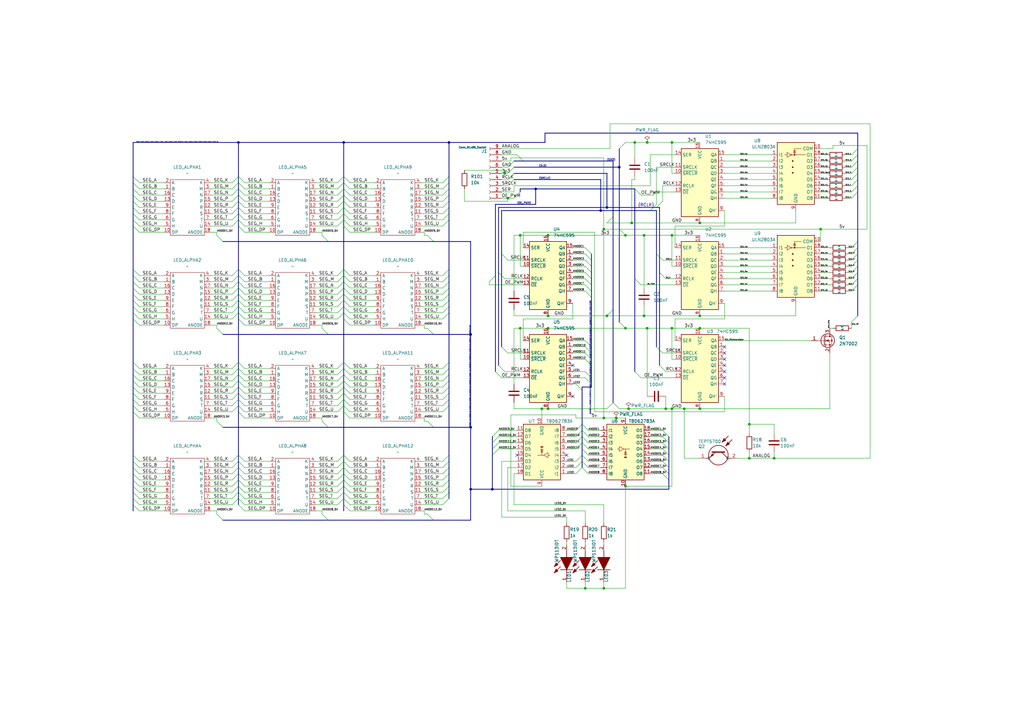
<source format=kicad_sch>
(kicad_sch (version 20250114) (generator "eeschema") (generator_version "9.0")
  (paper "A3")
  (title_block (title "12C-LTP-587HR") (date "2025-11-24") (rev "0"))
  (junction (at 224.79 134.62))
  (junction (at 193.04 175.26))
  (junction (at 259.08 91.44))
  (junction (at 287.02 167.64))
  (junction (at 224.79 96.52))
  (junction (at 260.35 58.42))
  (junction (at 254 68.58))
  (junction (at 264.16 96.52))
  (junction (at 317.5 187.96))
  (junction (at 201.93 200.66))
  (junction (at 275.59 58.42))
  (junction (at 224.79 167.64))
  (junction (at 193.04 200.66))
  (junction (at 275.59 167.64))
  (junction (at 246.38 86.36))
  (junction (at 247.65 93.98))
  (junction (at 97.79 58.42))
  (junction (at 252.73 171.45))
  (junction (at 275.59 96.52))
  (junction (at 280.67 167.64))
  (junction (at 193.04 137.16))
  (junction (at 213.36 134.62))
  (junction (at 287.02 129.54))
  (junction (at 336.55 93.98))
  (junction (at 213.36 96.52))
  (junction (at 140.97 58.42))
  (junction (at 257.81 167.64))
  (junction (at 307.34 187.96))
  (junction (at 275.59 134.62))
  (junction (at 256.54 199.39))
  (junction (at 248.92 129.54))
  (junction (at 207.01 71.12))
  (junction (at 247.65 241.3))
  (junction (at 247.65 171.45))
  (junction (at 287.02 134.62))
  (junction (at 273.05 167.64))
  (junction (at 265.43 134.62))
  (junction (at 287.02 91.44))
  (junction (at 222.25 167.64))
  (junction (at 219.71 77.47))
  (junction (at 307.34 173.99))
  (junction (at 256.54 134.62))
  (junction (at 264.16 129.54))
  (junction (at 240.03 241.3))
  (junction (at 265.43 58.42))
  (junction (at 208.28 81.28))
  (junction (at 248.92 85.09))
  (junction (at 224.79 129.54))
  (junction (at 184.15 58.42))
  (junction (at 256.54 96.52))
  (no_connect (at 297.18 154.94))
  (no_connect (at 234.95 162.56))
  (no_connect (at 212.09 186.69))
  (no_connect (at 297.18 157.48))
  (no_connect (at 297.18 144.78))
  (no_connect (at 297.18 149.86))
  (no_connect (at 297.18 142.24))
  (no_connect (at 232.41 186.69))
  (no_connect (at 297.18 152.4))
  (no_connect (at 234.95 149.86))
  (no_connect (at 297.18 147.32))
  (bus_entry (at 269.24 85.09) (size 2.54 -2.54))
  (bus_entry (at 95.25 199.39) (size 2.54 -2.54))
  (bus_entry (at 240.03 147.32) (size 2.54 2.54))
  (bus_entry (at 181.61 166.37) (size 2.54 -2.54))
  (bus_entry (at 95.25 123.19) (size 2.54 -2.54))
  (bus_entry (at 181.61 80.01) (size 2.54 -2.54))
  (bus_entry (at 270.51 111.76) (size 2.54 2.54))
  (bus_entry (at 240.03 144.78) (size 2.54 2.54))
  (bus_entry (at 91.44 99.06) (size -2.54 -2.54))
  (bus_entry (at 140.97 196.85) (size 2.54 2.54))
  (bus_entry (at 349.25 132.08) (size 2.54 -2.54))
  (bus_entry (at 181.61 207.01) (size 2.54 -2.54))
  (bus_entry (at 140.97 118.11) (size 2.54 2.54))
  (bus_entry (at 54.61 125.73) (size 2.54 2.54))
  (bus_entry (at 242.57 114.3) (size -2.54 -2.54))
  (bus_entry (at 241.3 184.15) (size -2.54 -2.54))
  (bus_entry (at 140.97 82.55) (size 2.54 2.54))
  (bus_entry (at 134.62 137.16) (size -2.54 -2.54))
  (bus_entry (at 134.62 213.36) (size -2.54 -2.54))
  (bus_entry (at 140.97 87.63) (size 2.54 2.54))
  (bus_entry (at 203.2 152.4) (size 2.54 2.54))
  (bus_entry (at 54.61 158.75) (size 2.54 2.54))
  (bus_entry (at 97.79 72.39) (size 2.54 2.54))
  (bus_entry (at 54.61 148.59) (size 2.54 2.54))
  (bus_entry (at 140.97 110.49) (size 2.54 2.54))
  (bus_entry (at 97.79 125.73) (size 2.54 2.54))
  (bus_entry (at 95.25 161.29) (size 2.54 -2.54))
  (bus_entry (at 242.57 111.76) (size -2.54 -2.54))
  (bus_entry (at 140.97 191.77) (size 2.54 2.54))
  (bus_entry (at 140.97 161.29) (size 2.54 2.54))
  (bus_entry (at 97.79 156.21) (size 2.54 2.54))
  (bus_entry (at 54.61 186.69) (size 2.54 2.54))
  (bus_entry (at 97.79 77.47) (size 2.54 2.54))
  (bus_entry (at 236.22 189.23) (size 2.54 -2.54))
  (bus_entry (at 260.35 114.3) (size 2.54 2.54))
  (bus_entry (at 138.43 113.03) (size 2.54 -2.54))
  (bus_entry (at 140.97 204.47) (size 2.54 2.54))
  (bus_entry (at 97.79 128.27) (size 2.54 2.54))
  (bus_entry (at 140.97 120.65) (size 2.54 2.54))
  (bus_entry (at 181.61 158.75) (size 2.54 -2.54))
  (bus_entry (at 97.79 87.63) (size 2.54 2.54))
  (bus_entry (at 271.78 181.61) (size 2.54 2.54))
  (bus_entry (at 91.44 175.26) (size -2.54 -2.54))
  (bus_entry (at 177.8 175.26) (size -2.54 -2.54))
  (bus_entry (at 140.97 163.83) (size 2.54 2.54))
  (bus_entry (at 97.79 113.03) (size 2.54 2.54))
  (bus_entry (at 181.61 92.71) (size 2.54 -2.54))
  (bus_entry (at 256.54 58.42) (size -2.54 2.54))
  (bus_entry (at 138.43 201.93) (size 2.54 -2.54))
  (bus_entry (at 54.61 194.31) (size 2.54 2.54))
  (bus_entry (at 241.3 176.53) (size -2.54 -2.54))
  (bus_entry (at 91.44 137.16) (size -2.54 -2.54))
  (bus_entry (at 181.61 153.67) (size 2.54 -2.54))
  (bus_entry (at 214.63 66.04) (size -2.54 -2.54))
  (bus_entry (at 95.25 125.73) (size 2.54 -2.54))
  (bus_entry (at 134.62 99.06) (size -2.54 -2.54))
  (bus_entry (at 177.8 137.16) (size -2.54 -2.54))
  (bus_entry (at 138.43 118.11) (size 2.54 -2.54))
  (bus_entry (at 241.3 191.77) (size -2.54 -2.54))
  (bus_entry (at 138.43 82.55) (size 2.54 -2.54))
  (bus_entry (at 181.61 151.13) (size 2.54 -2.54))
  (bus_entry (at 95.25 118.11) (size 2.54 -2.54))
  (bus_entry (at 349.25 106.68) (size 2.54 -2.54))
  (bus_entry (at 349.25 111.76) (size 2.54 -2.54))
  (bus_entry (at 140.97 125.73) (size 2.54 2.54))
  (bus_entry (at 271.78 191.77) (size 2.54 2.54))
  (bus_entry (at 140.97 72.39) (size 2.54 2.54))
  (bus_entry (at 240.03 154.94) (size 2.54 2.54))
  (bus_entry (at 54.61 199.39) (size 2.54 2.54))
  (bus_entry (at 97.79 189.23) (size 2.54 2.54))
  (bus_entry (at 266.7 86.36) (size 2.54 -2.54))
  (bus_entry (at 97.79 153.67) (size 2.54 2.54))
  (bus_entry (at 254 93.98) (size 2.54 2.54))
  (bus_entry (at 95.25 204.47) (size 2.54 -2.54))
  (bus_entry (at 97.79 191.77) (size 2.54 2.54))
  (bus_entry (at 260.35 77.47) (size 2.54 2.54))
  (bus_entry (at 181.61 85.09) (size 2.54 -2.54))
  (bus_entry (at 177.8 99.06) (size -2.54 -2.54))
  (bus_entry (at 95.25 80.01) (size 2.54 -2.54))
  (bus_entry (at 204.47 184.15) (size -2.54 2.54))
  (bus_entry (at 236.22 194.31) (size 2.54 -2.54))
  (bus_entry (at 181.61 130.81) (size 2.54 -2.54))
  (bus_entry (at 269.24 142.24) (size 2.54 2.54))
  (bus_entry (at 140.97 153.67) (size 2.54 2.54))
  (bus_entry (at 138.43 92.71) (size 2.54 -2.54))
  (bus_entry (at 140.97 151.13) (size 2.54 2.54))
  (bus_entry (at 140.97 158.75) (size 2.54 2.54))
  (bus_entry (at 95.25 191.77) (size 2.54 -2.54))
  (bus_entry (at 97.79 199.39) (size 2.54 2.54))
  (bus_entry (at 204.47 179.07) (size -2.54 2.54))
  (bus_entry (at 97.79 207.01) (size 2.54 2.54))
  (bus_entry (at 351.79 73.66) (size -2.54 2.54))
  (bus_entry (at 97.79 151.13) (size 2.54 2.54))
  (bus_entry (at 95.25 74.93) (size 2.54 -2.54))
  (bus_entry (at 181.61 204.47) (size 2.54 -2.54))
  (bus_entry (at 181.61 113.03) (size 2.54 -2.54))
  (bus_entry (at 138.43 163.83) (size 2.54 -2.54))
  (bus_entry (at 95.25 90.17) (size 2.54 -2.54))
  (bus_entry (at 254 132.08) (size 2.54 2.54))
  (bus_entry (at 95.25 120.65) (size 2.54 -2.54))
  (bus_entry (at 97.79 148.59) (size 2.54 2.54))
  (bus_entry (at 97.79 166.37) (size 2.54 2.54))
  (bus_entry (at 95.25 82.55) (size 2.54 -2.54))
  (bus_entry (at 181.61 196.85) (size 2.54 -2.54))
  (bus_entry (at 54.61 72.39) (size 2.54 2.54))
  (bus_entry (at 95.25 158.75) (size 2.54 -2.54))
  (bus_entry (at 181.61 191.77) (size 2.54 -2.54))
  (bus_entry (at 240.03 139.7) (size 2.54 2.54))
  (bus_entry (at 138.43 207.01) (size 2.54 -2.54))
  (bus_entry (at 138.43 130.81) (size 2.54 -2.54))
  (bus_entry (at 97.79 80.01) (size 2.54 2.54))
  (bus_entry (at 349.25 101.6) (size 2.54 -2.54))
  (bus_entry (at 95.25 201.93) (size 2.54 -2.54))
  (bus_entry (at 54.61 191.77) (size 2.54 2.54))
  (bus_entry (at 138.43 204.47) (size 2.54 -2.54))
  (bus_entry (at 95.25 92.71) (size 2.54 -2.54))
  (bus_entry (at 95.25 153.67) (size 2.54 -2.54))
  (bus_entry (at 203.2 113.03) (size -2.54 2.54))
  (bus_entry (at 271.78 179.07) (size 2.54 2.54))
  (bus_entry (at 138.43 153.67) (size 2.54 -2.54))
  (bus_entry (at 177.8 213.36) (size -2.54 -2.54))
  (bus_entry (at 181.61 123.19) (size 2.54 -2.54))
  (bus_entry (at 208.28 73.66) (size 2.54 -2.54))
  (bus_entry (at 95.25 189.23) (size 2.54 -2.54))
  (bus_entry (at 271.78 189.23) (size 2.54 2.54))
  (bus_entry (at 97.79 118.11) (size 2.54 2.54))
  (bus_entry (at 95.25 87.63) (size 2.54 -2.54))
  (bus_entry (at 236.22 184.15) (size 2.54 -2.54))
  (bus_entry (at 140.97 194.31) (size 2.54 2.54))
  (bus_entry (at 140.97 77.47) (size 2.54 2.54))
  (bus_entry (at 138.43 80.01) (size 2.54 -2.54))
  (bus_entry (at 351.79 66.04) (size -2.54 2.54))
  (bus_entry (at 248.92 167.64) (size 2.54 -2.54))
  (bus_entry (at 236.22 176.53) (size 2.54 -2.54))
  (bus_entry (at 236.22 179.07) (size 2.54 -2.54))
  (bus_entry (at 138.43 77.47) (size 2.54 -2.54))
  (bus_entry (at 181.61 87.63) (size 2.54 -2.54))
  (bus_entry (at 181.61 125.73) (size 2.54 -2.54))
  (bus_entry (at 95.25 156.21) (size 2.54 -2.54))
  (bus_entry (at 205.74 104.14) (size 2.54 2.54))
  (bus_entry (at 349.25 114.3) (size 2.54 -2.54))
  (bus_entry (at 269.24 104.14) (size 2.54 2.54))
  (bus_entry (at 242.57 119.38) (size -2.54 -2.54))
  (bus_entry (at 140.97 201.93) (size 2.54 2.54))
  (bus_entry (at 54.61 115.57) (size 2.54 2.54))
  (bus_entry (at 241.3 194.31) (size -2.54 -2.54))
  (bus_entry (at 54.61 153.67) (size 2.54 2.54))
  (bus_entry (at 181.61 199.39) (size 2.54 -2.54))
  (bus_entry (at 351.79 60.96) (size -2.54 2.54))
  (bus_entry (at 236.22 181.61) (size 2.54 -2.54))
  (bus_entry (at 271.78 186.69) (size 2.54 2.54))
  (bus_entry (at 140.97 156.21) (size 2.54 2.54))
  (bus_entry (at 181.61 82.55) (size 2.54 -2.54))
  (bus_entry (at 97.79 123.19) (size 2.54 2.54))
  (bus_entry (at 181.61 120.65) (size 2.54 -2.54))
  (bus_entry (at 140.97 90.17) (size 2.54 2.54))
  (bus_entry (at 138.43 158.75) (size 2.54 -2.54))
  (bus_entry (at 140.97 92.71) (size 2.54 2.54))
  (bus_entry (at 204.47 111.76) (size 2.54 2.54))
  (bus_entry (at 351.79 78.74) (size -2.54 2.54))
  (bus_entry (at 54.61 120.65) (size 2.54 2.54))
  (bus_entry (at 95.25 151.13) (size 2.54 -2.54))
  (bus_entry (at 54.61 82.55) (size 2.54 2.54))
  (bus_entry (at 349.25 119.38) (size 2.54 -2.54))
  (bus_entry (at 54.61 207.01) (size 2.54 2.54))
  (bus_entry (at 95.25 168.91) (size 2.54 -2.54))
  (bus_entry (at 97.79 201.93) (size 2.54 2.54))
  (bus_entry (at 54.61 204.47) (size 2.54 2.54))
  (bus_entry (at 97.79 120.65) (size 2.54 2.54))
  (bus_entry (at 138.43 151.13) (size 2.54 -2.54))
  (bus_entry (at 54.61 166.37) (size 2.54 2.54))
  (bus_entry (at 208.28 68.58) (size 2.54 -2.54))
  (bus_entry (at 181.61 128.27) (size 2.54 -2.54))
  (bus_entry (at 138.43 189.23) (size 2.54 -2.54))
  (bus_entry (at 140.97 168.91) (size 2.54 2.54))
  (bus_entry (at 138.43 115.57) (size 2.54 -2.54))
  (bus_entry (at 138.43 168.91) (size 2.54 -2.54))
  (bus_entry (at 97.79 158.75) (size 2.54 2.54))
  (bus_entry (at 140.97 123.19) (size 2.54 2.54))
  (bus_entry (at 54.61 123.19) (size 2.54 2.54))
  (bus_entry (at 138.43 125.73) (size 2.54 -2.54))
  (bus_entry (at 138.43 194.31) (size 2.54 -2.54))
  (bus_entry (at 54.61 118.11) (size 2.54 2.54))
  (bus_entry (at 95.25 128.27) (size 2.54 -2.54))
  (bus_entry (at 140.97 186.69) (size 2.54 2.54))
  (bus_entry (at 241.3 186.69) (size -2.54 -2.54))
  (bus_entry (at 349.25 116.84) (size 2.54 -2.54))
  (bus_entry (at 271.78 194.31) (size 2.54 2.54))
  (bus_entry (at 54.61 130.81) (size 2.54 2.54))
  (bus_entry (at 351.79 71.12) (size -2.54 2.54))
  (bus_entry (at 97.79 204.47) (size 2.54 2.54))
  (bus_entry (at 140.97 166.37) (size 2.54 2.54))
  (bus_entry (at 54.61 87.63) (size 2.54 2.54))
  (bus_entry (at 54.61 113.03) (size 2.54 2.54))
  (bus_entry (at 140.97 85.09) (size 2.54 2.54))
  (bus_entry (at 260.35 152.4) (size 2.54 2.54))
  (bus_entry (at 271.78 184.15) (size 2.54 2.54))
  (bus_entry (at 54.61 90.17) (size 2.54 2.54))
  (bus_entry (at 138.43 196.85) (size 2.54 -2.54))
  (bus_entry (at 181.61 194.31) (size 2.54 -2.54))
  (bus_entry (at 138.43 166.37) (size 2.54 -2.54))
  (bus_entry (at 181.61 115.57) (size 2.54 -2.54))
  (bus_entry (at 97.79 130.81) (size 2.54 2.54))
  (bus_entry (at 97.79 196.85) (size 2.54 2.54))
  (bus_entry (at 54.61 77.47) (size 2.54 2.54))
  (bus_entry (at 204.47 149.86) (size 2.54 2.54))
  (bus_entry (at 181.61 168.91) (size 2.54 -2.54))
  (bus_entry (at 138.43 74.93) (size 2.54 -2.54))
  (bus_entry (at 54.61 168.91) (size 2.54 2.54))
  (bus_entry (at 181.61 90.17) (size 2.54 -2.54))
  (bus_entry (at 91.44 213.36) (size -2.54 -2.54))
  (bus_entry (at 97.79 168.91) (size 2.54 2.54))
  (bus_entry (at 208.28 71.12) (size 2.54 -2.54))
  (bus_entry (at 54.61 156.21) (size 2.54 2.54))
  (bus_entry (at 97.79 92.71) (size 2.54 2.54))
  (bus_entry (at 351.79 68.58) (size -2.54 2.54))
  (bus_entry (at 181.61 118.11) (size 2.54 -2.54))
  (bus_entry (at 54.61 92.71) (size 2.54 2.54))
  (bus_entry (at 97.79 90.17) (size 2.54 2.54))
  (bus_entry (at 97.79 163.83) (size 2.54 2.54))
  (bus_entry (at 181.61 201.93) (size 2.54 -2.54))
  (bus_entry (at 140.97 113.03) (size 2.54 2.54))
  (bus_entry (at 54.61 161.29) (size 2.54 2.54))
  (bus_entry (at 138.43 156.21) (size 2.54 -2.54))
  (bus_entry (at 349.25 104.14) (size 2.54 -2.54))
  (bus_entry (at 138.43 90.17) (size 2.54 -2.54))
  (bus_entry (at 54.61 163.83) (size 2.54 2.54))
  (bus_entry (at 138.43 120.65) (size 2.54 -2.54))
  (bus_entry (at 138.43 87.63) (size 2.54 -2.54))
  (bus_entry (at 54.61 151.13) (size 2.54 2.54))
  (bus_entry (at 181.61 77.47) (size 2.54 -2.54))
  (bus_entry (at 349.25 109.22) (size 2.54 -2.54))
  (bus_entry (at 140.97 80.01) (size 2.54 2.54))
  (bus_entry (at 140.97 189.23) (size 2.54 2.54))
  (bus_entry (at 95.25 85.09) (size 2.54 -2.54))
  (bus_entry (at 241.3 179.07) (size -2.54 -2.54))
  (bus_entry (at 270.51 149.86) (size 2.54 2.54))
  (bus_entry (at 242.57 121.92) (size -2.54 -2.54))
  (bus_entry (at 95.25 194.31) (size 2.54 -2.54))
  (bus_entry (at 97.79 85.09) (size 2.54 2.54))
  (bus_entry (at 95.25 113.03) (size 2.54 -2.54))
  (bus_entry (at 242.57 109.22) (size -2.54 -2.54))
  (bus_entry (at 95.25 77.47) (size 2.54 -2.54))
  (bus_entry (at 204.47 176.53) (size -2.54 2.54))
  (bus_entry (at 97.79 74.93) (size 2.54 2.54))
  (bus_entry (at 140.97 199.39) (size 2.54 2.54))
  (bus_entry (at 351.79 63.5) (size -2.54 2.54))
  (bus_entry (at 54.61 189.23) (size 2.54 2.54))
  (bus_entry (at 242.57 116.84) (size -2.54 -2.54))
  (bus_entry (at 181.61 163.83) (size 2.54 -2.54))
  (bus_entry (at 54.61 110.49) (size 2.54 2.54))
  (bus_entry (at 95.25 207.01) (size 2.54 -2.54))
  (bus_entry (at 242.57 104.14) (size -2.54 -2.54))
  (bus_entry (at 95.25 166.37) (size 2.54 -2.54))
  (bus_entry (at 95.25 163.83) (size 2.54 -2.54))
  (bus_entry (at 271.78 176.53) (size 2.54 2.54))
  (bus_entry (at 254 167.64) (size -2.54 -2.54))
  (bus_entry (at 208.28 76.2) (size 2.54 -2.54))
  (bus_entry (at 138.43 85.09) (size 2.54 -2.54))
  (bus_entry (at 134.62 175.26) (size -2.54 -2.54))
  (bus_entry (at 240.03 152.4) (size 2.54 2.54))
  (bus_entry (at 54.61 196.85) (size 2.54 2.54))
  (bus_entry (at 54.61 128.27) (size 2.54 2.54))
  (bus_entry (at 140.97 130.81) (size 2.54 2.54))
  (bus_entry (at 138.43 191.77) (size 2.54 -2.54))
  (bus_entry (at 181.61 156.21) (size 2.54 -2.54))
  (bus_entry (at 95.25 196.85) (size 2.54 -2.54))
  (bus_entry (at 140.97 115.57) (size 2.54 2.54))
  (bus_entry (at 97.79 186.69) (size 2.54 2.54))
  (bus_entry (at 54.61 201.93) (size 2.54 2.54))
  (bus_entry (at 138.43 199.39) (size 2.54 -2.54))
  (bus_entry (at 54.61 80.01) (size 2.54 2.54))
  (bus_entry (at 204.47 181.61) (size -2.54 2.54))
  (bus_entry (at 181.61 161.29) (size 2.54 -2.54))
  (bus_entry (at 97.79 115.57) (size 2.54 2.54))
  (bus_entry (at 251.46 88.9) (size -2.54 2.54))
  (bus_entry (at 181.61 189.23) (size 2.54 -2.54))
  (bus_entry (at 241.3 181.61) (size -2.54 -2.54))
  (bus_entry (at 140.97 128.27) (size 2.54 2.54))
  (bus_entry (at 242.57 106.68) (size -2.54 -2.54))
  (bus_entry (at 97.79 110.49) (size 2.54 2.54))
  (bus_entry (at 351.79 76.2) (size -2.54 2.54))
  (bus_entry (at 241.3 189.23) (size -2.54 -2.54))
  (bus_entry (at 205.74 142.24) (size 2.54 2.54))
  (bus_entry (at 54.61 74.93) (size 2.54 2.54))
  (bus_entry (at 140.97 74.93) (size 2.54 2.54))
  (bus_entry (at 138.43 128.27) (size 2.54 -2.54))
  (bus_entry (at 95.25 115.57) (size 2.54 -2.54))
  (bus_entry (at 95.25 130.81) (size 2.54 -2.54))
  (bus_entry (at 140.97 148.59) (size 2.54 2.54))
  (bus_entry (at 240.03 142.24) (size 2.54 2.54))
  (bus_entry (at 236.22 157.48) (size 2.54 2.54))
  (bus_entry (at 97.79 161.29) (size 2.54 2.54))
  (bus_entry (at 236.22 191.77) (size 2.54 -2.54))
  (bus_entry (at 97.79 194.31) (size 2.54 2.54))
  (bus_entry (at 97.79 82.55) (size 2.54 2.54))
  (bus_entry (at 140.97 207.01) (size 2.54 2.54))
  (bus_entry (at 138.43 161.29) (size 2.54 -2.54))
  (bus_entry (at 181.61 74.93) (size 2.54 -2.54))
  (bus_entry (at 210.82 81.28) (size 2.54 -2.54))
  (bus_entry (at 138.43 123.19) (size 2.54 -2.54))
  (bus_entry (at 248.92 129.54) (size 2.54 -2.54))
  (bus_entry (at 54.61 85.09) (size 2.54 2.54))
  (wire (pts (xy 143.51 207.01) (xy 153.67 207.01)))
  (wire (pts (xy 57.15 92.71) (xy 67.31 92.71)))
  (bus (pts (xy 184.15 196.85) (xy 184.15 199.39)))
  (bus (pts (xy 351.79 68.58) (xy 351.79 71.12)))
  (wire (pts (xy 132.08 133.35) (xy 132.08 134.62)))
  (wire (pts (xy 129.54 118.11) (xy 138.43 118.11)))
  (bus (pts (xy 97.79 168.91) (xy 97.79 186.69)))
  (wire (pts (xy 129.54 125.73) (xy 138.43 125.73)))
  (bus (pts (xy 140.97 186.69) (xy 140.97 189.23)))
  (bus (pts (xy 184.15 120.65) (xy 184.15 123.19)))
  (wire (pts (xy 172.72 209.55) (xy 173.99 209.55)))
  (wire (pts (xy 241.3 176.53) (xy 246.38 176.53)))
  (bus (pts (xy 269.24 85.09) (xy 270.51 85.09)))
  (bus (pts (xy 242.57 147.32) (xy 242.57 149.86)))
  (wire (pts (xy 57.15 87.63) (xy 67.31 87.63)))
  (wire (pts (xy 86.36 153.67) (xy 95.25 153.67)))
  (bus (pts (xy 223.52 58.42) (xy 223.52 54.61)))
  (bus (pts (xy 97.79 161.29) (xy 97.79 163.83)))
  (wire (pts (xy 317.5 177.8) (xy 317.5 173.99)))
  (bus (pts (xy 97.79 87.63) (xy 97.79 90.17)))
  (wire (pts (xy 232.41 184.15) (xy 236.22 184.15)))
  (wire (pts (xy 129.54 123.19) (xy 138.43 123.19)))
  (bus (pts (xy 140.97 110.49) (xy 140.97 113.03)))
  (bus (pts (xy 242.57 119.38) (xy 242.57 121.92)))
  (bus (pts (xy 203.2 113.03) (xy 203.2 152.4)))
  (bus (pts (xy 54.61 58.42) (xy 97.79 58.42)))
  (wire (pts (xy 172.72 115.57) (xy 181.61 115.57)))
  (wire (pts (xy 271.78 144.78) (xy 276.86 144.78)))
  (bus (pts (xy 238.76 179.07) (xy 238.76 176.53)))
  (bus (pts (xy 140.97 80.01) (xy 140.97 82.55)))
  (bus (pts (xy 177.8 213.36) (xy 193.04 213.36)))
  (wire (pts (xy 143.51 189.23) (xy 153.67 189.23)))
  (bus (pts (xy 177.8 99.06) (xy 193.04 99.06)))
  (wire (pts (xy 129.54 194.31) (xy 138.43 194.31)))
  (wire (pts (xy 100.33 166.37) (xy 110.49 166.37)))
  (wire (pts (xy 88.9 209.55) (xy 88.9 210.82)))
  (wire (pts (xy 214.63 116.84) (xy 200.66 116.84)))
  (wire (pts (xy 207.01 152.4) (xy 214.63 152.4)))
  (wire (pts (xy 256.54 199.39) (xy 275.59 199.39)))
  (bus (pts (xy 54.61 156.21) (xy 54.61 158.75)))
  (bus (pts (xy 184.15 110.49) (xy 184.15 113.03)))
  (wire (pts (xy 243.84 95.25) (xy 214.63 95.25)))
  (wire (pts (xy 129.54 85.09) (xy 138.43 85.09)))
  (wire (pts (xy 172.72 161.29) (xy 181.61 161.29)))
  (wire (pts (xy 204.47 179.07) (xy 212.09 179.07)))
  (wire (pts (xy 276.86 92.71) (xy 297.18 92.71)))
  (wire (pts (xy 172.72 196.85) (xy 181.61 196.85)))
  (wire (pts (xy 275.59 167.64) (xy 280.67 167.64)))
  (wire (pts (xy 234.95 111.76) (xy 240.03 111.76)))
  (wire (pts (xy 214.63 147.32) (xy 213.36 147.32)))
  (wire (pts (xy 210.82 76.2) (xy 266.7 76.2)))
  (bus (pts (xy 184.15 80.01) (xy 184.15 82.55)))
  (bus (pts (xy 54.61 125.73) (xy 54.61 128.27)))
  (bus (pts (xy 54.61 161.29) (xy 54.61 163.83)))
  (wire (pts (xy 355.6 59.69) (xy 341.63 59.69)))
  (wire (pts (xy 86.36 201.93) (xy 95.25 201.93)))
  (bus (pts (xy 269.24 86.36) (xy 269.24 104.14)))
  (wire (pts (xy 273.05 167.64) (xy 275.59 167.64)))
  (wire (pts (xy 129.54 95.25) (xy 132.08 95.25)))
  (wire (pts (xy 129.54 153.67) (xy 138.43 153.67)))
  (bus (pts (xy 210.82 73.66) (xy 246.38 73.66)))
  (bus (pts (xy 210.82 66.04) (xy 214.63 66.04)))
  (bus (pts (xy 140.97 151.13) (xy 140.97 153.67)))
  (bus (pts (xy 193.04 137.16) (xy 193.04 175.26)))
  (wire (pts (xy 57.15 115.57) (xy 67.31 115.57)))
  (wire (pts (xy 143.51 171.45) (xy 153.67 171.45)))
  (bus (pts (xy 274.32 200.66) (xy 201.93 200.66)))
  (wire (pts (xy 232.41 214.63) (xy 232.41 212.09)))
  (wire (pts (xy 143.51 95.25) (xy 153.67 95.25)))
  (bus (pts (xy 97.79 194.31) (xy 97.79 196.85)))
  (wire (pts (xy 100.33 77.47) (xy 110.49 77.47)))
  (wire (pts (xy 336.55 93.98) (xy 336.55 99.06)))
  (wire (pts (xy 209.55 66.04) (xy 209.55 64.77)))
  (wire (pts (xy 241.3 179.07) (xy 246.38 179.07)))
  (wire (pts (xy 86.36 123.19) (xy 95.25 123.19)))
  (bus (pts (xy 54.61 120.65) (xy 54.61 123.19)))
  (bus (pts (xy 254 93.98) (xy 254 132.08)))
  (wire (pts (xy 356.87 50.8) (xy 356.87 187.96)))
  (bus (pts (xy 274.32 184.15) (xy 274.32 186.69)))
  (bus (pts (xy 97.79 153.67) (xy 97.79 156.21)))
  (bus (pts (xy 204.47 111.76) (xy 204.47 85.09)))
  (bus (pts (xy 351.79 116.84) (xy 351.79 129.54)))
  (bus (pts (xy 140.97 194.31) (xy 140.97 196.85)))
  (bus (pts (xy 238.76 160.02) (xy 238.76 158.75)))
  (bus (pts (xy 184.15 161.29) (xy 184.15 163.83)))
  (bus (pts (xy 242.57 121.92) (xy 242.57 142.24)))
  (bus (pts (xy 54.61 82.55) (xy 54.61 85.09)))
  (wire (pts (xy 143.51 158.75) (xy 153.67 158.75)))
  (wire (pts (xy 234.95 109.22) (xy 240.03 109.22)))
  (wire (pts (xy 336.55 109.22) (xy 340.36 109.22)))
  (bus (pts (xy 140.97 58.42) (xy 140.97 72.39)))
  (wire (pts (xy 266.7 179.07) (xy 271.78 179.07)))
  (wire (pts (xy 307.34 173.99) (xy 307.34 134.62)))
  (wire (pts (xy 275.59 134.62) (xy 287.02 134.62)))
  (wire (pts (xy 129.54 113.03) (xy 138.43 113.03)))
  (wire (pts (xy 172.72 74.93) (xy 181.61 74.93)))
  (wire (pts (xy 267.97 80.01) (xy 262.89 80.01)))
  (wire (pts (xy 86.36 85.09) (xy 95.25 85.09)))
  (wire (pts (xy 143.51 191.77) (xy 153.67 191.77)))
  (bus (pts (xy 97.79 130.81) (xy 97.79 148.59)))
  (bus (pts (xy 242.57 109.22) (xy 242.57 111.76)))
  (wire (pts (xy 143.51 199.39) (xy 153.67 199.39)))
  (wire (pts (xy 276.86 92.71) (xy 276.86 101.6)))
  (bus (pts (xy 54.61 196.85) (xy 54.61 199.39)))
  (bus (pts (xy 140.97 87.63) (xy 140.97 90.17)))
  (wire (pts (xy 100.33 161.29) (xy 110.49 161.29)))
  (wire (pts (xy 326.39 86.36) (xy 326.39 91.44)))
  (wire (pts (xy 172.72 156.21) (xy 181.61 156.21)))
  (wire (pts (xy 243.84 168.91) (xy 243.84 95.25)))
  (wire (pts (xy 129.54 156.21) (xy 138.43 156.21)))
  (wire (pts (xy 100.33 133.35) (xy 110.49 133.35)))
  (wire (pts (xy 336.55 119.38) (xy 340.36 119.38)))
  (wire (pts (xy 247.65 93.98) (xy 247.65 171.45)))
  (wire (pts (xy 232.41 176.53) (xy 236.22 176.53)))
  (wire (pts (xy 143.51 74.93) (xy 153.67 74.93)))
  (wire (pts (xy 205.74 60.96) (xy 250.19 60.96)))
  (wire (pts (xy 271.78 106.68) (xy 276.86 106.68)))
  (bus (pts (xy 140.97 130.81) (xy 140.97 148.59)))
  (wire (pts (xy 336.55 93.98) (xy 355.6 93.98)))
  (wire (pts (xy 86.36 118.11) (xy 95.25 118.11)))
  (wire (pts (xy 172.72 168.91) (xy 181.61 168.91)))
  (wire (pts (xy 297.18 101.6) (xy 316.23 101.6)))
  (wire (pts (xy 57.15 194.31) (xy 67.31 194.31)))
  (bus (pts (xy 184.15 151.13) (xy 184.15 153.67)))
  (bus (pts (xy 242.57 157.48) (xy 242.57 158.75)))
  (wire (pts (xy 143.51 92.71) (xy 153.67 92.71)))
  (wire (pts (xy 346.71 73.66) (xy 349.25 73.66)))
  (wire (pts (xy 57.15 113.03) (xy 67.31 113.03)))
  (bus (pts (xy 184.15 158.75) (xy 184.15 161.29)))
  (bus (pts (xy 242.57 154.94) (xy 242.57 157.48)))
  (wire (pts (xy 57.15 90.17) (xy 67.31 90.17)))
  (wire (pts (xy 100.33 123.19) (xy 110.49 123.19)))
  (wire (pts (xy 247.65 64.77) (xy 247.65 93.98)))
  (bus (pts (xy 274.32 179.07) (xy 274.32 181.61)))
  (bus (pts (xy 140.97 196.85) (xy 140.97 199.39)))
  (bus (pts (xy 97.79 199.39) (xy 97.79 201.93)))
  (bus (pts (xy 274.32 186.69) (xy 274.32 189.23)))
  (bus (pts (xy 351.79 111.76) (xy 351.79 114.3)))
  (wire (pts (xy 172.72 130.81) (xy 181.61 130.81)))
  (wire (pts (xy 340.36 144.78) (xy 340.36 167.64)))
  (wire (pts (xy 264.16 125.73) (xy 264.16 129.54)))
  (wire (pts (xy 172.72 113.03) (xy 181.61 113.03)))
  (bus (pts (xy 254 68.58) (xy 254 93.98)))
  (wire (pts (xy 307.34 177.8) (xy 307.34 173.99)))
  (wire (pts (xy 100.33 194.31) (xy 110.49 194.31)))
  (wire (pts (xy 297.18 76.2) (xy 316.23 76.2)))
  (wire (pts (xy 276.86 109.22) (xy 275.59 109.22)))
  (bus (pts (xy 219.71 77.47) (xy 260.35 77.47)))
  (bus (pts (xy 97.79 204.47) (xy 97.79 207.01)))
  (bus (pts (xy 205.74 86.36) (xy 205.74 104.14)))
  (wire (pts (xy 210.82 167.64) (xy 222.25 167.64)))
  (wire (pts (xy 86.36 77.47) (xy 95.25 77.47)))
  (wire (pts (xy 248.92 91.44) (xy 259.08 91.44)))
  (bus (pts (xy 238.76 189.23) (xy 238.76 186.69)))
  (wire (pts (xy 143.51 85.09) (xy 153.67 85.09)))
  (wire (pts (xy 297.18 86.36) (xy 297.18 92.71)))
  (wire (pts (xy 129.54 163.83) (xy 138.43 163.83)))
  (wire (pts (xy 297.18 109.22) (xy 316.23 109.22)))
  (wire (pts (xy 143.51 209.55) (xy 153.67 209.55)))
  (wire (pts (xy 236.22 171.45) (xy 236.22 170.18)))
  (wire (pts (xy 129.54 133.35) (xy 132.08 133.35)))
  (bus (pts (xy 201.93 179.07) (xy 201.93 181.61)))
  (wire (pts (xy 190.5 82.55) (xy 208.28 82.55)))
  (wire (pts (xy 297.18 73.66) (xy 316.23 73.66)))
  (wire (pts (xy 336.55 81.28) (xy 339.09 81.28)))
  (bus (pts (xy 140.97 77.47) (xy 140.97 80.01)))
  (bus (pts (xy 140.97 153.67) (xy 140.97 156.21)))
  (wire (pts (xy 234.95 157.48) (xy 236.22 157.48)))
  (wire (pts (xy 86.36 189.23) (xy 95.25 189.23)))
  (bus (pts (xy 351.79 73.66) (xy 351.79 76.2)))
  (wire (pts (xy 172.72 194.31) (xy 181.61 194.31)))
  (bus (pts (xy 184.15 118.11) (xy 184.15 120.65)))
  (wire (pts (xy 247.65 207.01) (xy 247.65 214.63)))
  (wire (pts (xy 266.7 181.61) (xy 271.78 181.61)))
  (bus (pts (xy 134.62 175.26) (xy 177.8 175.26)))
  (bus (pts (xy 54.61 186.69) (xy 54.61 189.23)))
  (wire (pts (xy 213.36 109.22) (xy 213.36 96.52)))
  (wire (pts (xy 86.36 196.85) (xy 95.25 196.85)))
  (wire (pts (xy 129.54 166.37) (xy 138.43 166.37)))
  (wire (pts (xy 336.55 68.58) (xy 339.09 68.58)))
  (wire (pts (xy 207.01 114.3) (xy 214.63 114.3)))
  (wire (pts (xy 57.15 189.23) (xy 67.31 189.23)))
  (bus (pts (xy 351.79 66.04) (xy 351.79 68.58)))
  (wire (pts (xy 307.34 187.96) (xy 307.34 185.42)))
  (bus (pts (xy 54.61 130.81) (xy 54.61 148.59)))
  (wire (pts (xy 297.18 168.91) (xy 243.84 168.91)))
  (wire (pts (xy 100.33 207.01) (xy 110.49 207.01)))
  (bus (pts (xy 54.61 151.13) (xy 54.61 153.67)))
  (bus (pts (xy 140.97 156.21) (xy 140.97 158.75)))
  (bus (pts (xy 351.79 76.2) (xy 351.79 78.74)))
  (wire (pts (xy 57.15 163.83) (xy 67.31 163.83)))
  (bus (pts (xy 266.7 86.36) (xy 246.38 86.36)))
  (wire (pts (xy 280.67 167.64) (xy 287.02 167.64)))
  (bus (pts (xy 203.2 83.82) (xy 203.2 113.03)))
  (wire (pts (xy 326.39 124.46) (xy 326.39 129.54)))
  (wire (pts (xy 276.86 130.81) (xy 297.18 130.81)))
  (bus (pts (xy 274.32 191.77) (xy 274.32 194.31)))
  (bus (pts (xy 193.04 175.26) (xy 193.04 200.66)))
  (wire (pts (xy 232.41 241.3) (xy 240.03 241.3)))
  (bus (pts (xy 54.61 194.31) (xy 54.61 196.85)))
  (wire (pts (xy 143.51 80.01) (xy 153.67 80.01)))
  (wire (pts (xy 129.54 128.27) (xy 138.43 128.27)))
  (bus (pts (xy 270.51 85.09) (xy 270.51 111.76)))
  (wire (pts (xy 347.98 114.3) (xy 349.25 114.3)))
  (bus (pts (xy 54.61 87.63) (xy 54.61 90.17)))
  (wire (pts (xy 88.9 95.25) (xy 88.9 96.52)))
  (wire (pts (xy 143.51 151.13) (xy 153.67 151.13)))
  (bus (pts (xy 54.61 90.17) (xy 54.61 92.71)))
  (wire (pts (xy 100.33 118.11) (xy 110.49 118.11)))
  (wire (pts (xy 143.51 161.29) (xy 153.67 161.29)))
  (wire (pts (xy 173.99 96.52) (xy 175.26 96.52)))
  (wire (pts (xy 143.51 156.21) (xy 153.67 156.21)))
  (wire (pts (xy 276.86 130.81) (xy 276.86 139.7)))
  (wire (pts (xy 143.51 204.47) (xy 153.67 204.47)))
  (wire (pts (xy 346.71 71.12) (xy 349.25 71.12)))
  (wire (pts (xy 208.28 106.68) (xy 214.63 106.68)))
  (wire (pts (xy 100.33 153.67) (xy 110.49 153.67)))
  (bus (pts (xy 201.93 184.15) (xy 201.93 186.69)))
  (wire (pts (xy 100.33 156.21) (xy 110.49 156.21)))
  (wire (pts (xy 234.95 124.46) (xy 234.95 130.81)))
  (wire (pts (xy 232.41 181.61) (xy 236.22 181.61)))
  (wire (pts (xy 297.18 139.7) (xy 332.74 139.7)))
  (wire (pts (xy 275.59 199.39) (xy 275.59 167.64)))
  (wire (pts (xy 250.19 60.96) (xy 250.19 50.8)))
  (wire (pts (xy 241.3 184.15) (xy 246.38 184.15)))
  (bus (pts (xy 97.79 82.55) (xy 97.79 85.09)))
  (bus (pts (xy 238.76 191.77) (xy 238.76 189.23)))
  (wire (pts (xy 317.5 187.96) (xy 356.87 187.96)))
  (bus (pts (xy 140.97 207.01) (xy 140.97 209.55)))
  (wire (pts (xy 241.3 194.31) (xy 246.38 194.31)))
  (wire (pts (xy 205.74 66.04) (xy 209.55 66.04)))
  (wire (pts (xy 57.15 209.55) (xy 67.31 209.55)))
  (bus (pts (xy 134.62 213.36) (xy 177.8 213.36)))
  (wire (pts (xy 336.55 73.66) (xy 339.09 73.66)))
  (wire (pts (xy 340.36 134.62) (xy 341.63 134.62)))
  (wire (pts (xy 143.51 201.93) (xy 153.67 201.93)))
  (wire (pts (xy 234.95 154.94) (xy 240.03 154.94)))
  (wire (pts (xy 347.98 104.14) (xy 349.25 104.14)))
  (wire (pts (xy 86.36 130.81) (xy 95.25 130.81)))
  (bus (pts (xy 140.97 204.47) (xy 140.97 207.01)))
  (wire (pts (xy 336.55 111.76) (xy 340.36 111.76)))
  (wire (pts (xy 172.72 90.17) (xy 181.61 90.17)))
  (wire (pts (xy 172.72 171.45) (xy 173.99 171.45)))
  (bus (pts (xy 97.79 201.93) (xy 97.79 204.47)))
  (wire (pts (xy 214.63 95.25) (xy 214.63 101.6)))
  (wire (pts (xy 86.36 92.71) (xy 95.25 92.71)))
  (wire (pts (xy 276.86 147.32) (xy 275.59 147.32)))
  (bus (pts (xy 254 60.96) (xy 254 68.58)))
  (wire (pts (xy 57.15 74.93) (xy 67.31 74.93)))
  (wire (pts (xy 241.3 189.23) (xy 246.38 189.23)))
  (bus (pts (xy 201.93 181.61) (xy 201.93 184.15)))
  (wire (pts (xy 214.63 130.81) (xy 214.63 139.7)))
  (wire (pts (xy 172.72 123.19) (xy 181.61 123.19)))
  (wire (pts (xy 256.54 58.42) (xy 260.35 58.42)))
  (bus (pts (xy 219.71 83.82) (xy 203.2 83.82)))
  (bus (pts (xy 351.79 71.12) (xy 351.79 73.66)))
  (wire (pts (xy 205.74 71.12) (xy 207.01 71.12)))
  (wire (pts (xy 262.89 154.94) (xy 276.86 154.94)))
  (wire (pts (xy 260.35 58.42) (xy 260.35 64.77)))
  (bus (pts (xy 54.61 74.93) (xy 54.61 77.47)))
  (wire (pts (xy 57.15 161.29) (xy 67.31 161.29)))
  (wire (pts (xy 172.72 191.77) (xy 181.61 191.77)))
  (bus (pts (xy 140.97 201.93) (xy 140.97 204.47)))
  (wire (pts (xy 57.15 166.37) (xy 67.31 166.37)))
  (wire (pts (xy 240.03 238.76) (xy 240.03 241.3)))
  (wire (pts (xy 264.16 96.52) (xy 264.16 118.11)))
  (wire (pts (xy 205.74 81.28) (xy 208.28 81.28)))
  (wire (pts (xy 173.99 133.35) (xy 173.99 134.62)))
  (wire (pts (xy 172.72 85.09) (xy 181.61 85.09)))
  (bus (pts (xy 140.97 189.23) (xy 140.97 191.77)))
  (wire (pts (xy 336.55 104.14) (xy 340.36 104.14)))
  (bus (pts (xy 260.35 77.47) (xy 260.35 114.3)))
  (wire (pts (xy 86.36 156.21) (xy 95.25 156.21)))
  (wire (pts (xy 247.65 222.25) (xy 247.65 223.52)))
  (bus (pts (xy 54.61 58.42) (xy 54.61 72.39)))
  (wire (pts (xy 271.78 76.2) (xy 276.86 76.2)))
  (wire (pts (xy 57.15 153.67) (xy 67.31 153.67)))
  (bus (pts (xy 201.93 200.66) (xy 193.04 200.66)))
  (wire (pts (xy 355.6 93.98) (xy 355.6 59.69)))
  (bus (pts (xy 184.15 191.77) (xy 184.15 194.31)))
  (bus (pts (xy 54.61 199.39) (xy 54.61 201.93)))
  (bus (pts (xy 54.61 118.11) (xy 54.61 120.65)))
  (wire (pts (xy 276.86 71.12) (xy 275.59 71.12)))
  (wire (pts (xy 173.99 210.82) (xy 175.26 210.82)))
  (bus (pts (xy 54.61 77.47) (xy 54.61 80.01)))
  (bus (pts (xy 140.97 128.27) (xy 140.97 130.81)))
  (wire (pts (xy 297.18 66.04) (xy 316.23 66.04)))
  (bus (pts (xy 54.61 113.03) (xy 54.61 115.57)))
  (wire (pts (xy 173.99 172.72) (xy 175.26 172.72)))
  (wire (pts (xy 213.36 96.52) (xy 224.79 96.52)))
  (bus (pts (xy 251.46 66.04) (xy 251.46 88.9)))
  (wire (pts (xy 213.36 147.32) (xy 213.36 134.62)))
  (wire (pts (xy 100.33 191.77) (xy 110.49 191.77)))
  (bus (pts (xy 140.97 82.55) (xy 140.97 85.09)))
  (wire (pts (xy 264.16 96.52) (xy 275.59 96.52)))
  (wire (pts (xy 297.18 104.14) (xy 316.23 104.14)))
  (wire (pts (xy 346.71 78.74) (xy 349.25 78.74)))
  (wire (pts (xy 86.36 191.77) (xy 95.25 191.77)))
  (wire (pts (xy 173.99 171.45) (xy 173.99 172.72)))
  (wire (pts (xy 259.08 73.66) (xy 259.08 91.44)))
  (wire (pts (xy 129.54 115.57) (xy 138.43 115.57)))
  (wire (pts (xy 236.22 171.45) (xy 247.65 171.45)))
  (wire (pts (xy 208.28 81.28) (xy 210.82 81.28)))
  (wire (pts (xy 129.54 199.39) (xy 138.43 199.39)))
  (wire (pts (xy 234.95 104.14) (xy 240.03 104.14)))
  (bus (pts (xy 54.61 123.19) (xy 54.61 125.73)))
  (wire (pts (xy 240.03 241.3) (xy 247.65 241.3)))
  (wire (pts (xy 210.82 165.1) (xy 210.82 167.64)))
  (wire (pts (xy 129.54 204.47) (xy 138.43 204.47)))
  (wire (pts (xy 302.26 187.96) (xy 307.34 187.96)))
  (wire (pts (xy 172.72 87.63) (xy 181.61 87.63)))
  (wire (pts (xy 210.82 134.62) (xy 213.36 134.62)))
  (wire (pts (xy 336.55 114.3) (xy 340.36 114.3)))
  (wire (pts (xy 86.36 204.47) (xy 95.25 204.47)))
  (wire (pts (xy 100.33 209.55) (xy 110.49 209.55)))
  (wire (pts (xy 100.33 130.81) (xy 110.49 130.81)))
  (wire (pts (xy 86.36 166.37) (xy 95.25 166.37)))
  (wire (pts (xy 213.36 134.62) (xy 224.79 134.62)))
  (wire (pts (xy 232.41 194.31) (xy 236.22 194.31)))
  (wire (pts (xy 86.36 87.63) (xy 95.25 87.63)))
  (wire (pts (xy 86.36 113.03) (xy 95.25 113.03)))
  (bus (pts (xy 210.82 71.12) (xy 248.92 71.12)))
  (wire (pts (xy 100.33 120.65) (xy 110.49 120.65)))
  (wire (pts (xy 172.72 118.11) (xy 181.61 118.11)))
  (bus (pts (xy 140.97 90.17) (xy 140.97 92.71)))
  (wire (pts (xy 349.25 132.08) (xy 349.25 134.62)))
  (bus (pts (xy 140.97 118.11) (xy 140.97 120.65)))
  (bus (pts (xy 184.15 163.83) (xy 184.15 166.37)))
  (wire (pts (xy 173.99 134.62) (xy 175.26 134.62)))
  (wire (pts (xy 100.33 163.83) (xy 110.49 163.83)))
  (wire (pts (xy 248.92 129.54) (xy 264.16 129.54)))
  (wire (pts (xy 275.59 71.12) (xy 275.59 58.42)))
  (wire (pts (xy 57.15 128.27) (xy 67.31 128.27)))
  (wire (pts (xy 265.43 134.62) (xy 275.59 134.62)))
  (wire (pts (xy 210.82 194.31) (xy 210.82 207.01)))
  (wire (pts (xy 208.28 144.78) (xy 214.63 144.78)))
  (bus (pts (xy 351.79 109.22) (xy 351.79 111.76)))
  (wire (pts (xy 172.72 125.73) (xy 181.61 125.73)))
  (wire (pts (xy 346.71 76.2) (xy 349.25 76.2)))
  (wire (pts (xy 57.15 120.65) (xy 67.31 120.65)))
  (wire (pts (xy 86.36 163.83) (xy 95.25 163.83)))
  (bus (pts (xy 97.79 118.11) (xy 97.79 120.65)))
  (wire (pts (xy 173.99 95.25) (xy 173.99 96.52)))
  (wire (pts (xy 86.36 120.65) (xy 95.25 120.65)))
  (bus (pts (xy 97.79 120.65) (xy 97.79 123.19)))
  (wire (pts (xy 257.81 167.64) (xy 273.05 167.64)))
  (wire (pts (xy 275.59 109.22) (xy 275.59 96.52)))
  (bus (pts (xy 184.15 87.63) (xy 184.15 90.17)))
  (wire (pts (xy 143.51 118.11) (xy 153.67 118.11)))
  (bus (pts (xy 184.15 156.21) (xy 184.15 158.75)))
  (bus (pts (xy 184.15 128.27) (xy 184.15 148.59)))
  (wire (pts (xy 266.7 76.2) (xy 266.7 63.5)))
  (bus (pts (xy 204.47 149.86) (xy 204.47 111.76)))
  (bus (pts (xy 274.32 181.61) (xy 274.32 184.15)))
  (wire (pts (xy 86.36 161.29) (xy 95.25 161.29)))
  (wire (pts (xy 57.15 82.55) (xy 67.31 82.55)))
  (wire (pts (xy 86.36 158.75) (xy 95.25 158.75)))
  (wire (pts (xy 205.74 212.09) (xy 205.74 189.23)))
  (wire (pts (xy 129.54 196.85) (xy 138.43 196.85)))
  (bus (pts (xy 97.79 148.59) (xy 97.79 151.13)))
  (wire (pts (xy 172.72 158.75) (xy 181.61 158.75)))
  (wire (pts (xy 172.72 128.27) (xy 181.61 128.27)))
  (wire (pts (xy 143.51 125.73) (xy 153.67 125.73)))
  (wire (pts (xy 266.7 176.53) (xy 271.78 176.53)))
  (wire (pts (xy 86.36 194.31) (xy 95.25 194.31)))
  (wire (pts (xy 129.54 130.81) (xy 138.43 130.81)))
  (wire (pts (xy 210.82 119.38) (xy 210.82 96.52)))
  (wire (pts (xy 129.54 207.01) (xy 138.43 207.01)))
  (bus (pts (xy 269.24 86.36) (xy 266.7 86.36)))
  (wire (pts (xy 172.72 120.65) (xy 181.61 120.65)))
  (wire (pts (xy 232.41 212.09) (xy 205.74 212.09)))
  (bus (pts (xy 54.61 191.77) (xy 54.61 194.31)))
  (wire (pts (xy 234.95 119.38) (xy 240.03 119.38)))
  (wire (pts (xy 347.98 109.22) (xy 349.25 109.22)))
  (wire (pts (xy 234.95 139.7) (xy 240.03 139.7)))
  (wire (pts (xy 347.98 116.84) (xy 349.25 116.84)))
  (bus (pts (xy 242.57 149.86) (xy 242.57 154.94)))
  (wire (pts (xy 273.05 114.3) (xy 276.86 114.3)))
  (wire (pts (xy 172.72 95.25) (xy 173.99 95.25)))
  (wire (pts (xy 234.95 116.84) (xy 240.03 116.84)))
  (wire (pts (xy 234.95 147.32) (xy 240.03 147.32)))
  (wire (pts (xy 280.67 187.96) (xy 280.67 167.64)))
  (wire (pts (xy 340.36 167.64) (xy 287.02 167.64)))
  (wire (pts (xy 86.36 74.93) (xy 95.25 74.93)))
  (wire (pts (xy 88.9 133.35) (xy 88.9 134.62)))
  (bus (pts (xy 91.44 137.16) (xy 134.62 137.16)))
  (bus (pts (xy 184.15 77.47) (xy 184.15 80.01)))
  (wire (pts (xy 190.5 77.47) (xy 190.5 82.55)))
  (bus (pts (xy 248.92 71.12) (xy 248.92 85.09)))
  (wire (pts (xy 57.15 118.11) (xy 67.31 118.11)))
  (bus (pts (xy 97.79 110.49) (xy 97.79 113.03)))
  (bus (pts (xy 140.97 58.42) (xy 184.15 58.42)))
  (wire (pts (xy 172.72 207.01) (xy 181.61 207.01)))
  (wire (pts (xy 234.95 114.3) (xy 240.03 114.3)))
  (wire (pts (xy 205.74 63.5) (xy 212.09 63.5)))
  (wire (pts (xy 336.55 116.84) (xy 340.36 116.84)))
  (wire (pts (xy 100.33 196.85) (xy 110.49 196.85)))
  (bus (pts (xy 54.61 153.67) (xy 54.61 156.21)))
  (wire (pts (xy 207.01 71.12) (xy 208.28 71.12)))
  (bus (pts (xy 97.79 123.19) (xy 97.79 125.73)))
  (wire (pts (xy 143.51 90.17) (xy 153.67 90.17)))
  (wire (pts (xy 240.03 222.25) (xy 240.03 223.52)))
  (wire (pts (xy 205.74 76.2) (xy 208.28 76.2)))
  (bus (pts (xy 140.97 148.59) (xy 140.97 151.13)))
  (wire (pts (xy 232.41 189.23) (xy 236.22 189.23)))
  (wire (pts (xy 172.72 77.47) (xy 181.61 77.47)))
  (wire (pts (xy 86.36 95.25) (xy 88.9 95.25)))
  (wire (pts (xy 247.65 171.45) (xy 252.73 171.45)))
  (wire (pts (xy 271.78 82.55) (xy 271.78 76.2)))
  (bus (pts (xy 184.15 115.57) (xy 184.15 118.11)))
  (bus (pts (xy 140.97 158.75) (xy 140.97 161.29)))
  (wire (pts (xy 297.18 68.58) (xy 316.23 68.58)))
  (wire (pts (xy 100.33 82.55) (xy 110.49 82.55)))
  (wire (pts (xy 100.33 74.93) (xy 110.49 74.93)))
  (bus (pts (xy 134.62 137.16) (xy 177.8 137.16)))
  (bus (pts (xy 54.61 163.83) (xy 54.61 166.37)))
  (wire (pts (xy 207.01 71.12) (xy 207.01 69.85)))
  (bus (pts (xy 274.32 194.31) (xy 274.32 196.85)))
  (bus (pts (xy 246.38 86.36) (xy 205.74 86.36)))
  (bus (pts (xy 54.61 166.37) (xy 54.61 168.91)))
  (bus (pts (xy 54.61 189.23) (xy 54.61 191.77)))
  (wire (pts (xy 100.33 158.75) (xy 110.49 158.75)))
  (wire (pts (xy 57.15 168.91) (xy 67.31 168.91)))
  (bus (pts (xy 54.61 204.47) (xy 54.61 207.01)))
  (bus (pts (xy 246.38 73.66) (xy 246.38 86.36)))
  (bus (pts (xy 210.82 68.58) (xy 254 68.58)))
  (wire (pts (xy 260.35 58.42) (xy 265.43 58.42)))
  (wire (pts (xy 208.28 209.55) (xy 208.28 191.77)))
  (bus (pts (xy 54.61 201.93) (xy 54.61 204.47)))
  (wire (pts (xy 266.7 63.5) (xy 276.86 63.5)))
  (wire (pts (xy 232.41 179.07) (xy 236.22 179.07)))
  (wire (pts (xy 143.51 120.65) (xy 153.67 120.65)))
  (wire (pts (xy 336.55 63.5) (xy 339.09 63.5)))
  (wire (pts (xy 129.54 87.63) (xy 138.43 87.63)))
  (bus (pts (xy 184.15 113.03) (xy 184.15 115.57)))
  (bus (pts (xy 140.97 74.93) (xy 140.97 77.47)))
  (wire (pts (xy 100.33 171.45) (xy 110.49 171.45)))
  (bus (pts (xy 97.79 85.09) (xy 97.79 87.63)))
  (wire (pts (xy 129.54 90.17) (xy 138.43 90.17)))
  (bus (pts (xy 184.15 74.93) (xy 184.15 77.47)))
  (wire (pts (xy 210.82 127) (xy 210.82 129.54)))
  (wire (pts (xy 100.33 115.57) (xy 110.49 115.57)))
  (wire (pts (xy 336.55 101.6) (xy 340.36 101.6)))
  (wire (pts (xy 234.95 142.24) (xy 240.03 142.24)))
  (wire (pts (xy 256.54 134.62) (xy 265.43 134.62)))
  (bus (pts (xy 140.97 115.57) (xy 140.97 118.11)))
  (wire (pts (xy 129.54 120.65) (xy 138.43 120.65)))
  (wire (pts (xy 210.82 157.48) (xy 210.82 134.62)))
  (wire (pts (xy 143.51 123.19) (xy 153.67 123.19)))
  (wire (pts (xy 241.3 181.61) (xy 246.38 181.61)))
  (wire (pts (xy 57.15 123.19) (xy 67.31 123.19)))
  (bus (pts (xy 140.97 85.09) (xy 140.97 87.63)))
  (wire (pts (xy 247.65 241.3) (xy 256.54 241.3)))
  (wire (pts (xy 346.71 68.58) (xy 349.25 68.58)))
  (wire (pts (xy 57.15 204.47) (xy 67.31 204.47)))
  (wire (pts (xy 100.33 95.25) (xy 110.49 95.25)))
  (wire (pts (xy 347.98 119.38) (xy 349.25 119.38)))
  (bus (pts (xy 184.15 58.42) (xy 184.15 72.39)))
  (wire (pts (xy 172.72 92.71) (xy 181.61 92.71)))
  (wire (pts (xy 222.25 167.64) (xy 224.79 167.64)))
  (wire (pts (xy 86.36 207.01) (xy 95.25 207.01)))
  (wire (pts (xy 129.54 209.55) (xy 132.08 209.55)))
  (wire (pts (xy 273.05 162.56) (xy 273.05 167.64)))
  (wire (pts (xy 336.55 66.04) (xy 339.09 66.04)))
  (bus (pts (xy 97.79 125.73) (xy 97.79 128.27)))
  (wire (pts (xy 172.72 153.67) (xy 181.61 153.67)))
  (wire (pts (xy 346.71 81.28) (xy 349.25 81.28)))
  (wire (pts (xy 129.54 158.75) (xy 138.43 158.75)))
  (bus (pts (xy 251.46 127) (xy 251.46 165.1)))
  (bus (pts (xy 97.79 191.77) (xy 97.79 194.31)))
  (wire (pts (xy 129.54 189.23) (xy 138.43 189.23)))
  (wire (pts (xy 57.15 151.13) (xy 67.31 151.13)))
  (bus (pts (xy 97.79 58.42) (xy 97.79 72.39)))
  (bus (pts (xy 193.04 200.66) (xy 193.04 213.36)))
  (wire (pts (xy 100.33 113.03) (xy 110.49 113.03)))
  (wire (pts (xy 86.36 151.13) (xy 95.25 151.13)))
  (wire (pts (xy 143.51 163.83) (xy 153.67 163.83)))
  (bus (pts (xy 274.32 196.85) (xy 274.32 200.66)))
  (wire (pts (xy 297.18 124.46) (xy 297.18 130.81)))
  (wire (pts (xy 240.03 214.63) (xy 240.03 209.55)))
  (wire (pts (xy 297.18 81.28) (xy 316.23 81.28)))
  (bus (pts (xy 54.61 115.57) (xy 54.61 118.11)))
  (bus (pts (xy 184.15 153.67) (xy 184.15 156.21)))
  (bus (pts (xy 97.79 113.03) (xy 97.79 115.57)))
  (wire (pts (xy 86.36 128.27) (xy 95.25 128.27)))
  (wire (pts (xy 129.54 151.13) (xy 138.43 151.13)))
  (bus (pts (xy 238.76 186.69) (xy 238.76 184.15)))
  (wire (pts (xy 86.36 115.57) (xy 95.25 115.57)))
  (wire (pts (xy 57.15 133.35) (xy 67.31 133.35)))
  (bus (pts (xy 184.15 123.19) (xy 184.15 125.73)))
  (bus (pts (xy 351.79 63.5) (xy 351.79 66.04)))
  (wire (pts (xy 287.02 187.96) (xy 280.67 187.96)))
  (wire (pts (xy 57.15 125.73) (xy 67.31 125.73)))
  (bus (pts (xy 201.93 186.69) (xy 201.93 200.66)))
  (wire (pts (xy 132.08 95.25) (xy 132.08 96.52)))
  (bus (pts (xy 140.97 72.39) (xy 140.97 74.93)))
  (wire (pts (xy 250.19 50.8) (xy 356.87 50.8)))
  (wire (pts (xy 57.15 95.25) (xy 67.31 95.25)))
  (bus (pts (xy 242.57 142.24) (xy 242.57 144.78)))
  (wire (pts (xy 86.36 168.91) (xy 95.25 168.91)))
  (bus (pts (xy 238.76 158.75) (xy 242.57 158.75)))
  (wire (pts (xy 172.72 163.83) (xy 181.61 163.83)))
  (wire (pts (xy 173.99 209.55) (xy 173.99 210.82)))
  (wire (pts (xy 336.55 76.2) (xy 339.09 76.2)))
  (wire (pts (xy 129.54 92.71) (xy 138.43 92.71)))
  (wire (pts (xy 336.55 106.68) (xy 340.36 106.68)))
  (wire (pts (xy 297.18 78.74) (xy 316.23 78.74)))
  (wire (pts (xy 252.73 171.45) (xy 256.54 171.45)))
  (wire (pts (xy 129.54 171.45) (xy 132.08 171.45)))
  (bus (pts (xy 351.79 114.3) (xy 351.79 116.84)))
  (bus (pts (xy 351.79 101.6) (xy 351.79 104.14)))
  (wire (pts (xy 336.55 71.12) (xy 339.09 71.12)))
  (wire (pts (xy 100.33 201.93) (xy 110.49 201.93)))
  (wire (pts (xy 100.33 85.09) (xy 110.49 85.09)))
  (bus (pts (xy 54.61 92.71) (xy 54.61 110.49)))
  (wire (pts (xy 297.18 63.5) (xy 316.23 63.5)))
  (wire (pts (xy 275.59 58.42) (xy 287.02 58.42)))
  (wire (pts (xy 100.33 128.27) (xy 110.49 128.27)))
  (bus (pts (xy 54.61 128.27) (xy 54.61 130.81)))
  (bus (pts (xy 270.51 111.76) (xy 270.51 149.86)))
  (bus (pts (xy 184.15 166.37) (xy 184.15 186.69)))
  (wire (pts (xy 172.72 151.13) (xy 181.61 151.13)))
  (wire (pts (xy 100.33 80.01) (xy 110.49 80.01)))
  (wire (pts (xy 234.95 130.81) (xy 214.63 130.81)))
  (wire (pts (xy 266.7 194.31) (xy 271.78 194.31)))
  (wire (pts (xy 172.72 199.39) (xy 181.61 199.39)))
  (wire (pts (xy 297.18 119.38) (xy 316.23 119.38)))
  (wire (pts (xy 86.36 80.01) (xy 95.25 80.01)))
  (bus (pts (xy 184.15 125.73) (xy 184.15 128.27)))
  (bus (pts (xy 269.24 104.14) (xy 269.24 142.24)))
  (wire (pts (xy 236.22 170.18) (xy 209.55 170.18)))
  (wire (pts (xy 86.36 125.73) (xy 95.25 125.73)))
  (wire (pts (xy 129.54 191.77) (xy 138.43 191.77)))
  (wire (pts (xy 57.15 191.77) (xy 67.31 191.77)))
  (bus (pts (xy 184.15 186.69) (xy 184.15 189.23)))
  (bus (pts (xy 97.79 92.71) (xy 97.79 110.49)))
  (wire (pts (xy 100.33 168.91) (xy 110.49 168.91)))
  (wire (pts (xy 100.33 199.39) (xy 110.49 199.39)))
  (wire (pts (xy 143.51 113.03) (xy 153.67 113.03)))
  (bus (pts (xy 242.57 144.78) (xy 242.57 147.32)))
  (wire (pts (xy 209.55 199.39) (xy 222.25 199.39)))
  (bus (pts (xy 54.61 80.01) (xy 54.61 82.55)))
  (wire (pts (xy 266.7 186.69) (xy 271.78 186.69)))
  (wire (pts (xy 100.33 92.71) (xy 110.49 92.71)))
  (wire (pts (xy 207.01 69.85) (xy 190.5 69.85)))
  (wire (pts (xy 205.74 154.94) (xy 214.63 154.94)))
  (bus (pts (xy 97.79 115.57) (xy 97.79 118.11)))
  (bus (pts (xy 97.79 163.83) (xy 97.79 166.37)))
  (wire (pts (xy 143.51 128.27) (xy 153.67 128.27)))
  (wire (pts (xy 212.09 194.31) (xy 210.82 194.31)))
  (bus (pts (xy 238.76 184.15) (xy 238.76 181.61)))
  (wire (pts (xy 143.51 87.63) (xy 153.67 87.63)))
  (bus (pts (xy 54.61 168.91) (xy 54.61 186.69)))
  (wire (pts (xy 297.18 116.84) (xy 316.23 116.84)))
  (bus (pts (xy 238.76 176.53) (xy 238.76 173.99)))
  (wire (pts (xy 264.16 129.54) (xy 287.02 129.54)))
  (wire (pts (xy 205.74 68.58) (xy 208.28 68.58)))
  (wire (pts (xy 265.43 58.42) (xy 275.59 58.42)))
  (wire (pts (xy 307.34 134.62) (xy 287.02 134.62)))
  (wire (pts (xy 57.15 80.01) (xy 67.31 80.01)))
  (wire (pts (xy 214.63 109.22) (xy 213.36 109.22)))
  (bus (pts (xy 213.36 78.74) (xy 213.36 77.47)))
  (bus (pts (xy 97.79 166.37) (xy 97.79 168.91)))
  (bus (pts (xy 97.79 156.21) (xy 97.79 158.75)))
  (wire (pts (xy 200.66 116.84) (xy 200.66 115.57)))
  (wire (pts (xy 297.18 162.56) (xy 297.18 168.91)))
  (wire (pts (xy 326.39 129.54) (xy 287.02 129.54)))
  (wire (pts (xy 208.28 82.55) (xy 208.28 81.28)))
  (wire (pts (xy 234.95 144.78) (xy 240.03 144.78)))
  (bus (pts (xy 140.97 166.37) (xy 140.97 168.91)))
  (wire (pts (xy 172.72 82.55) (xy 181.61 82.55)))
  (bus (pts (xy 242.57 111.76) (xy 242.57 114.3)))
  (bus (pts (xy 97.79 158.75) (xy 97.79 161.29)))
  (wire (pts (xy 57.15 199.39) (xy 67.31 199.39)))
  (bus (pts (xy 91.44 213.36) (xy 134.62 213.36)))
  (bus (pts (xy 177.8 137.16) (xy 193.04 137.16)))
  (bus (pts (xy 242.57 104.14) (xy 242.57 106.68)))
  (bus (pts (xy 223.52 54.61) (xy 351.79 54.61)))
  (wire (pts (xy 57.15 77.47) (xy 67.31 77.47)))
  (bus (pts (xy 251.46 88.9) (xy 251.46 127)))
  (bus (pts (xy 134.62 99.06) (xy 177.8 99.06)))
  (wire (pts (xy 143.51 166.37) (xy 153.67 166.37)))
  (bus (pts (xy 54.61 110.49) (xy 54.61 113.03)))
  (wire (pts (xy 260.35 72.39) (xy 260.35 73.66)))
  (wire (pts (xy 204.47 184.15) (xy 212.09 184.15)))
  (bus (pts (xy 351.79 54.61) (xy 351.79 60.96)))
  (bus (pts (xy 97.79 72.39) (xy 97.79 74.93)))
  (bus (pts (xy 140.97 125.73) (xy 140.97 128.27)))
  (wire (pts (xy 240.03 209.55) (xy 208.28 209.55)))
  (bus (pts (xy 274.32 189.23) (xy 274.32 191.77)))
  (wire (pts (xy 143.51 196.85) (xy 153.67 196.85)))
  (bus (pts (xy 184.15 72.39) (xy 184.15 74.93)))
  (wire (pts (xy 222.25 167.64) (xy 222.25 171.45)))
  (bus (pts (xy 242.57 106.68) (xy 242.57 109.22)))
  (wire (pts (xy 232.41 238.76) (xy 232.41 241.3)))
  (bus (pts (xy 184.15 201.93) (xy 184.15 204.47)))
  (wire (pts (xy 336.55 78.74) (xy 339.09 78.74)))
  (bus (pts (xy 140.97 113.03) (xy 140.97 115.57)))
  (bus (pts (xy 238.76 173.99) (xy 238.76 160.02)))
  (wire (pts (xy 307.34 187.96) (xy 317.5 187.96)))
  (wire (pts (xy 86.36 171.45) (xy 88.9 171.45)))
  (bus (pts (xy 54.61 207.01) (xy 54.61 209.55)))
  (wire (pts (xy 143.51 168.91) (xy 153.67 168.91)))
  (wire (pts (xy 234.95 101.6) (xy 240.03 101.6)))
  (wire (pts (xy 129.54 168.91) (xy 138.43 168.91)))
  (bus (pts (xy 219.71 77.47) (xy 219.71 83.82)))
  (wire (pts (xy 88.9 171.45) (xy 88.9 172.72)))
  (bus (pts (xy 184.15 148.59) (xy 184.15 151.13)))
  (wire (pts (xy 57.15 158.75) (xy 67.31 158.75)))
  (wire (pts (xy 100.33 189.23) (xy 110.49 189.23)))
  (wire (pts (xy 209.55 64.77) (xy 247.65 64.77)))
  (bus (pts (xy 184.15 58.42) (xy 223.52 58.42)))
  (wire (pts (xy 100.33 204.47) (xy 110.49 204.47)))
  (wire (pts (xy 132.08 209.55) (xy 132.08 210.82)))
  (bus (pts (xy 140.97 191.77) (xy 140.97 194.31)))
  (wire (pts (xy 57.15 130.81) (xy 67.31 130.81)))
  (bus (pts (xy 351.79 60.96) (xy 351.79 63.5)))
  (wire (pts (xy 266.7 191.77) (xy 271.78 191.77)))
  (wire (pts (xy 317.5 185.42) (xy 317.5 187.96)))
  (wire (pts (xy 241.3 191.77) (xy 246.38 191.77)))
  (wire (pts (xy 266.7 189.23) (xy 271.78 189.23)))
  (wire (pts (xy 317.5 173.99) (xy 307.34 173.99)))
  (wire (pts (xy 210.82 129.54) (xy 224.79 129.54)))
  (wire (pts (xy 57.15 85.09) (xy 67.31 85.09)))
  (wire (pts (xy 224.79 134.62) (xy 256.54 134.62)))
  (bus (pts (xy 97.79 58.42) (xy 140.97 58.42)))
  (wire (pts (xy 57.15 196.85) (xy 67.31 196.85)))
  (wire (pts (xy 347.98 106.68) (xy 349.25 106.68)))
  (wire (pts (xy 276.86 78.74) (xy 267.97 78.74)))
  (bus (pts (xy 260.35 114.3) (xy 260.35 152.4)))
  (bus (pts (xy 205.74 104.14) (xy 205.74 142.24)))
  (bus (pts (xy 54.61 85.09) (xy 54.61 87.63)))
  (wire (pts (xy 265.43 134.62) (xy 265.43 162.56)))
  (wire (pts (xy 172.72 166.37) (xy 181.61 166.37)))
  (wire (pts (xy 86.36 209.55) (xy 88.9 209.55)))
  (bus (pts (xy 140.97 161.29) (xy 140.97 163.83)))
  (wire (pts (xy 234.95 152.4) (xy 240.03 152.4)))
  (bus (pts (xy 351.79 104.14) (xy 351.79 106.68)))
  (bus (pts (xy 97.79 186.69) (xy 97.79 189.23)))
  (wire (pts (xy 143.51 77.47) (xy 153.67 77.47)))
  (wire (pts (xy 129.54 77.47) (xy 138.43 77.47)))
  (bus (pts (xy 351.79 78.74) (xy 351.79 99.06)))
  (wire (pts (xy 205.74 189.23) (xy 212.09 189.23)))
  (wire (pts (xy 341.63 59.69) (xy 341.63 60.96)))
  (bus (pts (xy 97.79 128.27) (xy 97.79 130.81)))
  (wire (pts (xy 269.24 68.58) (xy 276.86 68.58)))
  (bus (pts (xy 91.44 175.26) (xy 134.62 175.26)))
  (wire (pts (xy 143.51 130.81) (xy 153.67 130.81)))
  (wire (pts (xy 254 167.64) (xy 257.81 167.64)))
  (wire (pts (xy 129.54 201.93) (xy 138.43 201.93)))
  (wire (pts (xy 326.39 91.44) (xy 287.02 91.44)))
  (wire (pts (xy 275.59 147.32) (xy 275.59 134.62)))
  (wire (pts (xy 273.05 152.4) (xy 276.86 152.4)))
  (bus (pts (xy 351.79 106.68) (xy 351.79 109.22)))
  (wire (pts (xy 209.55 170.18) (xy 209.55 199.39)))
  (wire (pts (xy 100.33 125.73) (xy 110.49 125.73)))
  (wire (pts (xy 172.72 204.47) (xy 181.61 204.47)))
  (wire (pts (xy 129.54 161.29) (xy 138.43 161.29)))
  (bus (pts (xy 351.79 99.06) (xy 351.79 101.6)))
  (bus (pts (xy 242.57 114.3) (xy 242.57 116.84)))
  (wire (pts (xy 346.71 63.5) (xy 349.25 63.5)))
  (wire (pts (xy 129.54 82.55) (xy 138.43 82.55)))
  (wire (pts (xy 347.98 101.6) (xy 349.25 101.6)))
  (wire (pts (xy 247.65 238.76) (xy 247.65 241.3)))
  (bus (pts (xy 248.92 85.09) (xy 269.24 85.09)))
  (wire (pts (xy 86.36 90.17) (xy 95.25 90.17)))
  (wire (pts (xy 234.95 106.68) (xy 240.03 106.68)))
  (wire (pts (xy 347.98 111.76) (xy 349.25 111.76)))
  (bus (pts (xy 140.97 92.71) (xy 140.97 110.49)))
  (bus (pts (xy 97.79 74.93) (xy 97.79 77.47)))
  (wire (pts (xy 254 93.98) (xy 336.55 93.98)))
  (wire (pts (xy 57.15 171.45) (xy 67.31 171.45)))
  (bus (pts (xy 91.44 99.06) (xy 134.62 99.06)))
  (wire (pts (xy 346.71 66.04) (xy 349.25 66.04)))
  (wire (pts (xy 256.54 199.39) (xy 256.54 241.3)))
  (wire (pts (xy 86.36 133.35) (xy 88.9 133.35)))
  (bus (pts (xy 184.15 90.17) (xy 184.15 110.49)))
  (wire (pts (xy 247.65 93.98) (xy 254 93.98)))
  (wire (pts (xy 210.82 207.01) (xy 247.65 207.01)))
  (wire (pts (xy 256.54 96.52) (xy 264.16 96.52)))
  (wire (pts (xy 143.51 115.57) (xy 153.67 115.57)))
  (wire (pts (xy 129.54 80.01) (xy 138.43 80.01)))
  (bus (pts (xy 238.76 181.61) (xy 238.76 179.07)))
  (bus (pts (xy 242.57 116.84) (xy 242.57 119.38)))
  (wire (pts (xy 297.18 111.76) (xy 316.23 111.76)))
  (wire (pts (xy 224.79 167.64) (xy 248.92 167.64)))
  (wire (pts (xy 143.51 82.55) (xy 153.67 82.55)))
  (wire (pts (xy 267.97 78.74) (xy 267.97 80.01)))
  (wire (pts (xy 57.15 156.21) (xy 67.31 156.21)))
  (wire (pts (xy 224.79 96.52) (xy 256.54 96.52)))
  (wire (pts (xy 210.82 96.52) (xy 213.36 96.52)))
  (bus (pts (xy 97.79 151.13) (xy 97.79 153.67)))
  (wire (pts (xy 86.36 199.39) (xy 95.25 199.39)))
  (wire (pts (xy 262.89 116.84) (xy 276.86 116.84)))
  (wire (pts (xy 224.79 129.54) (xy 248.92 129.54)))
  (wire (pts (xy 204.47 176.53) (xy 212.09 176.53)))
  (bus (pts (xy 54.61 148.59) (xy 54.61 151.13)))
  (wire (pts (xy 132.08 171.45) (xy 132.08 172.72)))
  (bus (pts (xy 177.8 175.26) (xy 193.04 175.26)))
  (wire (pts (xy 259.08 91.44) (xy 287.02 91.44)))
  (wire (pts (xy 208.28 191.77) (xy 212.09 191.77)))
  (wire (pts (xy 297.18 106.68) (xy 316.23 106.68)))
  (wire (pts (xy 232.41 191.77) (xy 236.22 191.77)))
  (bus (pts (xy 97.79 189.23) (xy 97.79 191.77)))
  (wire (pts (xy 232.41 222.25) (xy 232.41 223.52)))
  (wire (pts (xy 205.74 73.66) (xy 208.28 73.66)))
  (bus (pts (xy 97.79 77.47) (xy 97.79 80.01)))
  (wire (pts (xy 143.51 153.67) (xy 153.67 153.67)))
  (bus (pts (xy 184.15 82.55) (xy 184.15 85.09)))
  (wire (pts (xy 100.33 87.63) (xy 110.49 87.63)))
  (wire (pts (xy 260.35 73.66) (xy 259.08 73.66)))
  (wire (pts (xy 297.18 114.3) (xy 316.23 114.3)))
  (wire (pts (xy 143.51 194.31) (xy 153.67 194.31)))
  (wire (pts (xy 204.47 181.61) (xy 212.09 181.61)))
  (bus (pts (xy 204.47 85.09) (xy 248.92 85.09)))
  (bus (pts (xy 193.04 99.06) (xy 193.04 137.16)))
  (bus (pts (xy 184.15 189.23) (xy 184.15 191.77)))
  (wire (pts (xy 297.18 71.12) (xy 316.23 71.12)))
  (bus (pts (xy 54.61 158.75) (xy 54.61 161.29)))
  (bus (pts (xy 184.15 199.39) (xy 184.15 201.93)))
  (wire (pts (xy 172.72 80.01) (xy 181.61 80.01)))
  (bus (pts (xy 140.97 199.39) (xy 140.97 201.93)))
  (wire (pts (xy 269.24 83.82) (xy 269.24 68.58)))
  (wire (pts (xy 129.54 74.93) (xy 138.43 74.93)))
  (bus (pts (xy 97.79 80.01) (xy 97.79 82.55)))
  (wire (pts (xy 172.72 133.35) (xy 173.99 133.35)))
  (wire (pts (xy 241.3 186.69) (xy 246.38 186.69)))
  (bus (pts (xy 213.36 77.47) (xy 219.71 77.47)))
  (wire (pts (xy 143.51 133.35) (xy 153.67 133.35)))
  (wire (pts (xy 172.72 201.93) (xy 181.61 201.93)))
  (wire (pts (xy 57.15 207.01) (xy 67.31 207.01)))
  (wire (pts (xy 266.7 184.15) (xy 271.78 184.15)))
  (wire (pts (xy 210.82 78.74) (xy 210.82 76.2)))
  (bus (pts (xy 97.79 90.17) (xy 97.79 92.71)))
  (bus (pts (xy 140.97 120.65) (xy 140.97 123.19)))
  (wire (pts (xy 275.59 96.52) (xy 287.02 96.52)))
  (bus (pts (xy 140.97 123.19) (xy 140.97 125.73)))
  (bus (pts (xy 54.61 72.39) (xy 54.61 74.93)))
  (wire (pts (xy 86.36 82.55) (xy 95.25 82.55)))
  (bus (pts (xy 140.97 163.83) (xy 140.97 166.37)))
  (wire (pts (xy 100.33 90.17) (xy 110.49 90.17)))
  (bus (pts (xy 184.15 194.31) (xy 184.15 196.85)))
  (bus (pts (xy 97.79 196.85) (xy 97.79 199.39)))
  (bus (pts (xy 214.63 66.04) (xy 251.46 66.04)))
  (bus (pts (xy 140.97 168.91) (xy 140.97 186.69)))
  (bus (pts (xy 184.15 85.09) (xy 184.15 87.63)))
  (wire (pts (xy 205.74 78.74) (xy 210.82 78.74)))
  (wire (pts (xy 341.63 60.96) (xy 336.55 60.96)))
  (wire (pts (xy 172.72 189.23) (xy 181.61 189.23)))
  (wire (pts (xy 57.15 201.93) (xy 67.31 201.93)))
  (wire (pts (xy 100.33 151.13) (xy 110.49 151.13)))
  (label "SEG_E" (at 144.78 199.39 0))
  (label "SEG_C" (at 101.6 118.11 0))
  (label "SEG_N" (at 130.81 118.11 0))
  (label "GND" (at 228.6 167.64 0))
  (label "SEG_T" (at 173.99 128.27 0))
  (label "SEG_H" (at 58.42 207.01 0))
  (label "SEG_R" (at 87.63 199.39 0))
  (label "ANODE3" (at 241.3 181.61 0) (effects (font (size 0.762 0.762))))
  (label "SEG_DP" (at 144.78 95.25 0))
  (label "SEG_E" (at 101.6 85.09 0))
  (label "SEG_C" (at 58.42 156.21 0))
  (label "SEG_F" (at 58.42 163.83 0))
  (label "SEG_R" (at 130.81 85.09 0))
  (label "ANODE2" (at 241.3 179.07 0) (effects (font (size 0.762 0.762))))
  (label "SEG_K" (at 87.63 151.13 0))
  (label "SEG_T" (at 87.63 166.37 0))
  (label "ANODE10" (at 234.95 142.24 0) (effects (font (size 0.762 0.762))))
  (label "SEG_E" (at 144.78 123.19 0))
  (label "OE_PWM" (at 264.16 154.94 0))
  (label "SEG_P" (at 87.63 120.65 0))
  (label "SEG_Tp" (at 336.55 116.84 0) (effects (font (size 0.508 0.508))))
  (label "SEG_D" (at 58.42 120.65 0))
  (label "SEG_R" (at 87.63 161.29 0))
  (label "SEG_T" (at 130.81 166.37 0))
  (label "ANODE4_5V" (at 88.9 209.55 0) (effects (font (size 0.762 0.762))))
  (label "SEG_C" (at 101.6 156.21 0))
  (label "SEG_K" (at 87.63 113.03 0))
  (label "SEG_E" (at 101.6 161.29 0))
  (label "{SRCLK}" (at 220.98 73.66 0) (effects (font (size 0.762 0.762))))
  (label "SEG_A" (at 58.42 151.13 0))
  (label "SEG_A" (at 144.78 113.03 0))
  (label "RCLK" (at 271.78 76.2 0))
  (label "SEG_DPp" (at 340.36 134.62 90) (effects (font (size 0.508 0.508))))
  (label "SEG_B" (at 101.6 191.77 0))
  (label "SEG_H" (at 144.78 92.71 0))
  (label "SEG_M" (at 173.99 77.47 0))
  (label "RCLK" (at 205.74 73.66 0))
  (label "SEG_T" (at 173.99 166.37 0))
  (label "SEG_Esr" (at 303.53 73.66 0) (effects (font (size 0.508 0.508))))
  (label "LED2" (at 234.95 154.94 0) (effects (font (size 0.762 0.762))))
  (label "SEG_Kp" (at 336.55 101.6 0) (effects (font (size 0.508 0.508))))
  (label "SEG_E" (at 58.42 123.19 0))
  (label "SEG_P" (at 87.63 158.75 0))
  (label "SEG_G" (at 101.6 204.47 0))
  (label "SEG_A" (at 144.78 151.13 0))
  (label "SEG_S" (at 130.81 87.63 0))
  (label "ANODE9_5V" (at 173.99 95.25 0) (effects (font (size 0.762 0.762))))
  (label "3v3" (at 280.67 134.62 0))
  (label "ANODE11_5V" (at 204.47 181.61 0) (effects (font (size 0.762 0.762))))
  (label "ANODE1_5V" (at 88.9 95.25 0) (effects (font (size 0.762 0.762))))
  (label "SEG_Csr" (at 303.53 68.58 0) (effects (font (size 0.508 0.508))))
  (label "SEG_M" (at 347.98 104.14 0) (effects (font (size 0.508 0.508))))
  (label "SRCLK" (at 270.51 68.58 0))
  (label "SEG_B" (at 58.42 115.57 0))
  (label "LED1_5V" (at 227.33 212.09 0) (effects (font (size 0.762 0.762))))
  (label "SEG_H" (at 144.78 207.01 0))
  (label "SEG_U" (at 173.99 92.71 0))
  (label "SEG_C" (at 144.78 194.31 0))
  (label "SEG_K" (at 130.81 189.23 0))
  (label "SEG_Fp" (at 336.55 76.2 0) (effects (font (size 0.508 0.508))))
  (label "SEG_G" (at 58.42 166.37 0))
  (label "GND" (at 275.59 129.54 0))
  (label "SEG_Asr" (at 303.53 63.5 0) (effects (font (size 0.508 0.508))))
  (label "SEG_E" (at 346.71 73.66 0) (effects (font (size 0.508 0.508))))
  (label "SEG_P" (at 130.81 82.55 0))
  (label "ANODE9" (at 234.95 139.7 0) (effects (font (size 0.762 0.762))))
  (label "OE_PWM" (at 205.74 81.28 0))
  (label "{RCLK}" (at 261.62 85.09 0))
  (label "ANODE7" (at 234.95 116.84 0) (effects (font (size 0.762 0.762))))
  (label "SEG_R" (at 87.63 123.19 0))
  (label "SEG_P" (at 173.99 120.65 0))
  (label "SEG_DP" (at 349.25 133.35 0) (effects (font (size 0.508 0.508))))
  (label "5v" (at 242.57 171.45 0))
  (label "GND" (at 205.74 63.5 0))
  (label "SEG_N" (at 130.81 156.21 0))
  (label "3v3" (at 219.71 134.62 0))
  (label "SEG_S" (at 130.81 201.93 0))
  (label "SEG_D" (at 58.42 196.85 0))
  (label "ANODE4_5V" (at 266.7 184.15 0) (effects (font (size 0.762 0.762))))
  (label "SEG_S" (at 173.99 163.83 0))
  (label "LED3" (at 234.95 157.48 0) (effects (font (size 0.762 0.762))))
  (label "SEG_Bsr" (at 303.53 66.04 0) (effects (font (size 0.508 0.508))))
  (label "SEG_F" (at 58.42 87.63 0))
  (label "SEG_M" (at 87.63 153.67 0))
  (label "SEG_A" (at 101.6 74.93 0))
  (label "SEG_U" (at 87.63 92.71 0))
  (label "SEG_C" (at 144.78 80.01 0))
  (label "ANODE8" (at 241.3 194.31 0) (effects (font (size 0.762 0.762))))
  (label "SEG_S" (at 87.63 87.63 0))
  (label "SEG_P" (at 173.99 196.85 0))
  (label "SEG_R" (at 173.99 123.19 0))
  (label "ANALOG" (at 205.74 60.96 0))
  (label "SEG_T" (at 87.63 128.27 0))
  (label "SEG_R" (at 173.99 161.29 0))
  (label "LED2" (at 232.41 191.77 0) (effects (font (size 0.762 0.762))))
  (label "SEG_Ap" (at 336.55 63.5 0) (effects (font (size 0.508 0.508))))
  (label "SRCLK" (at 205.74 76.2 0))
  (label "SEG_K" (at 87.63 189.23 0))
  (label "SEG_T" (at 173.99 90.17 0))
  (label "ANODE12" (at 232.41 184.15 0) (effects (font (size 0.762 0.762))))
  (label "SEG_DP" (at 58.42 95.25 0))
  (label "{ANODE1,ANODE2,ANODE3,ANODE4,ANODE5,ANODE6,ANODE7,ANODE8,ANODE9,ANODE10,ANODE11,ANODE12,LED1,LED2,LED3}" (at 242.57 123.19 270) (effects (font (size 0.508 0.508))))
  (label "ANODE5" (at 234.95 111.76 0) (effects (font (size 0.762 0.762))))
  (label "SEG_Usr" (at 303.53 119.38 0) (effects (font (size 0.508 0.508))))
  (label "ANODE7_5V" (at 132.08 171.45 0) (effects (font (size 0.762 0.762))))
  (label "SEG_Np" (at 336.55 106.68 0) (effects (font (size 0.508 0.508))))
  (label "SEG_DP" (at 144.78 209.55 0))
  (label "SEG_M" (at 173.99 153.67 0))
  (label "SEG_Fsr" (at 303.53 76.2 0) (effects (font (size 0.508 0.508))))
  (label "SEG_D" (at 101.6 158.75 0))
  (label "SRCLK" (at 209.334 106.68 0))
  (label "SEG_Gsr" (at 303.53 78.74 0) (effects (font (size 0.508 0.508))))
  (label "ANODE9_5V" (at 204.47 176.53 0) (effects (font (size 0.762 0.762))))
  (label "ANODE1" (at 241.3 176.53 0) (effects (font (size 0.762 0.762))))
  (label "SEG_M" (at 173.99 115.57 0))
  (label "{3v3}" (at 220.98 68.58 0) (effects (font (size 0.762 0.762))))
  (label "SEG_Hp" (at 336.55 81.28 0) (effects (font (size 0.508 0.508))))
  (label "SEG_G" (at 101.6 166.37 0))
  (label "SEG_Cp" (at 336.55 68.58 0) (effects (font (size 0.508 0.508))))
  (label "SEG_H" (at 58.42 92.71 0))
  (label "SEG_E" (at 58.42 161.29 0))
  (label "SEG_M" (at 87.63 115.57 0))
  (label "SEG_N" (at 87.63 156.21 0))
  (label "SEG_A" (at 101.6 151.13 0))
  (label "SEG_C" (at 101.6 194.31 0))
  (label "SEG_C" (at 101.6 80.01 0))
  (label "SEG_H" (at 58.42 168.91 0))
  (label "ANODE2_5V" (at 266.7 179.07 0) (effects (font (size 0.762 0.762))))
  (label "SEG_E" (at 144.78 85.09 0))
  (label "SEG_G" (at 58.42 90.17 0))
  (label "SEG_DP" (at 144.78 133.35 0))
  (label "SEG_N" (at 87.63 118.11 0))
  (label "SEG_Rp" (at 336.55 111.76 0) (effects (font (size 0.508 0.508))))
  (label "ANODE10_5V" (at 173.99 133.35 0) (effects (font (size 0.762 0.762))))
  (label "SEG_U" (at 130.81 207.01 0))
  (label "LED1" (at 234.95 152.4 0) (effects (font (size 0.762 0.762))))
  (label "SEG_H" (at 144.78 130.81 0))
  (label "SEG_A" (at 58.42 189.23 0))
  (label "SEG_T" (at 130.81 128.27 0))
  (label "ANODE5_5V" (at 266.7 186.69 0) (effects (font (size 0.762 0.762))))
  (label "SEG_P" (at 173.99 158.75 0))
  (label "SEG_DP" (at 101.6 95.25 0))
  (label "SEG_P" (at 173.99 82.55 0))
  (label "SEG_S" (at 347.98 114.3 0) (effects (font (size 0.508 0.508))))
  (label "SRCLK" (at 209.55 144.78 0))
  (label "ANODE12_5V" (at 173.99 209.55 0) (effects (font (size 0.762 0.762))))
  (label "SEG_K" (at 130.81 74.93 0))
  (label "SEG_D" (at 101.6 196.85 0))
  (label "SEG_P" (at 130.81 196.85 0))
  (label "{GND}" (at 248.92 66.04 0) (effects (font (size 0.762 0.762))))
  (label "SEG_C" (at 144.78 118.11 0))
  (label "ANODE1" (at 234.95 101.6 0) (effects (font (size 0.762 0.762))))
  (label "SEG_Rsr" (at 303.53 111.76 0) (effects (font (size 0.508 0.508))))
  (label "5v" (at 344.17 93.98 0))
  (label "SEG_K" (at 173.99 113.03 0))
  (label "SEG_U" (at 87.63 130.81 0))
  (label "SEG_C" (at 144.78 156.21 0))
  (label "SEG_F" (at 101.6 125.73 0))
  (label "SEG_B" (at 101.6 77.47 0))
  (label "GND" (at 205.74 68.58 0))
  (label "SEG_T" (at 87.63 90.17 0))
  (label "SEG_B" (at 58.42 191.77 0))
  (label "SEG_G" (at 101.6 90.17 0))
  (label "SEG_P" (at 347.98 109.22 0) (effects (font (size 0.508 0.508))))
  (label "ANODE3_5V" (at 266.7 181.61 0) (effects (font (size 0.762 0.762))))
  (label "SEG_R" (at 130.81 161.29 0))
  (label "ANODE12" (at 234.95 147.32 0) (effects (font (size 0.762 0.762))))
  (label "SEG_P" (at 87.63 82.55 0))
  (label "SEG_K" (at 87.63 74.93 0))
  (label "SEG_B" (at 144.78 77.47 0))
  (label "SEG_DP" (at 101.6 133.35 0))
  (label "ANODE4" (at 241.3 184.15 0) (effects (font (size 0.762 0.762))))
  (label "RCLK" (at 209.55 152.4 0))
  (label "SEG_B" (at 58.42 77.47 0))
  (label "SEG_E" (at 101.6 199.39 0))
  (label "5v" (at 205.74 66.04 0))
  (label "SEG_Sp" (at 336.55 114.3 0) (effects (font (size 0.508 0.508))))
  (label "SEG_F" (at 58.42 201.93 0))
  (label "SEG_F" (at 58.42 125.73 0))
  (label "SEG_U" (at 130.81 168.91 0))
  (label "ANODE4" (at 234.95 109.22 0) (effects (font (size 0.762 0.762))))
  (label "SEG_S" (at 173.99 87.63 0))
  (label "SEG_G" (at 144.78 90.17 0))
  (label "SEG_U" (at 173.99 130.81 0))
  (label "SEG_S" (at 87.63 201.93 0))
  (label "RCLK" (at 273.05 152.4 0))
  (label "SEG_DP" (at 144.78 171.45 0))
  (label "SEG_K" (at 130.81 113.03 0))
  (label "SEG_A" (at 144.78 189.23 0))
  (label "SEG_F" (at 101.6 87.63 0))
  (label "SEG_H" (at 58.42 130.81 0))
  (label "SEG_M" (at 87.63 77.47 0))
  (label "SEG_U" (at 130.81 130.81 0))
  (label "OE_PWM" (at 262.89 80.01 0))
  (label "SEG_P" (at 130.81 120.65 0))
  (label "SEG_T" (at 130.81 90.17 0))
  (label "SEG_DP" (at 58.42 171.45 0))
  (label "3v3" (at 281.94 58.42 0))
  (label "SEG_E" (at 58.42 199.39 0))
  (label "SEG_Hsr" (at 303.53 81.28 0) (effects (font (size 0.508 0.508))))
  (label "SEG_N" (at 130.81 194.31 0))
  (label "SRCLK" (at 273.05 144.78 0))
  (label "SER" (at 205.74 78.74 0))
  (label "SEG_T" (at 173.99 204.47 0))
  (label "SEG_DPpretransistor" (at 297.18 139.7 0) (effects (font (size 0.508 0.508))))
  (label "LED3_5V" (at 227.33 207.01 0) (effects (font (size 0.762 0.762))))
  (label "SEG_B" (at 101.6 115.57 0))
  (label "SEG_Up" (at 336.55 119.38 0) (effects (font (size 0.508 0.508))))
  (label "SEG_R" (at 347.98 111.76 0) (effects (font (size 0.508 0.508))))
  (label "SEG_D" (at 144.78 158.75 0))
  (label "ANODE1_5V" (at 266.7 176.53 0) (effects (font (size 0.762 0.762))))
  (label "SEG_A" (at 101.6 189.23 0))
  (label "{SEG_A,SEG_B,SEG_C,SEG_D,SEG_E,SEG_F,SEG_G,SEG_H,SEG_DP,SEG_K,SEG_M,SEG_N,SEG_P,SEG_R,SEG_S,SEG_T,SEG_U}" (at 55.88 58.42 0) (effects (font (size 0.381 0.381))))
  (label "SEG_B" (at 58.42 153.67 0))
  (label "3v3" (at 246.38 96.52 0))
  (label "SEG_K" (at 130.81 151.13 0))
  (label "SEG_A" (at 58.42 113.03 0))
  (label "SEG_K" (at 173.99 151.13 0))
  (label "SEG_A" (at 58.42 74.93 0))
  (label "SEG_T" (at 87.63 204.47 0))
  (label "SEG_M" (at 130.81 153.67 0))
  (label "SEG_S" (at 173.99 125.73 0))
  (label "SEG_M" (at 130.81 115.57 0))
  (label "SEG_F" (at 346.71 76.2 0) (effects (font (size 0.508 0.508))))
  (label "SEG_F" (at 101.6 201.93 0))
  (label "SEG_N" (at 173.99 80.01 0))
  (label "SEG_K" (at 173.99 189.23 0))
  (label "SEG_G" (at 144.78 128.27 0))
  (label "ANODE10_5V" (at 204.47 179.07 0) (effects (font (size 0.762 0.762))))
  (label "OE_PWM" (at 207.0195 116.84 0))
  (label "SEG_N" (at 173.99 194.31 0))
  (label "SEG_U" (at 347.98 119.38 0) (effects (font (size 0.508 0.508))))
  (label "SEG_U" (at 173.99 168.91 0))
  (label "SEG_E" (at 101.6 123.19 0))
  (label "SEG_H" (at 101.6 207.01 0))
  (label "SEG_Dpre" (at 336.55 71.12 0) (effects (font (size 0.508 0.508))))
  (label "SEG_M" (at 173.99 191.77 0))
  (label "SEG_U" (at 87.63 207.01 0))
  (label "SEG_F" (at 144.78 87.63 0))
  (label "SEG_C" (at 58.42 194.31 0))
  (label "SEG_F" (at 144.78 201.93 0))
  (label "SEG_E" (at 58.42 85.09 0))
  (label "SEG_DP" (at 58.42 209.55 0))
  (label "SEG_S" (at 87.63 125.73 0))
  (label "SEG_Dsr" (at 303.53 71.12 0) (effects (font (size 0.508 0.508))))
  (label "SEG_R" (at 173.99 199.39 0))
  (label "SEG_K" (at 347.98 101.6 0) (effects (font (size 0.508 0.508))))
  (label "LED1" (at 232.41 189.23 0) (effects (font (size 0.762 0.762))))
  (label "ANODE6" (at 234.95 114.3 0) (effects (font (size 0.762 0.762))))
  (label "ANODE2" (at 234.95 104.14 0) (effects (font (size 0.762 0.762))))
  (label "SEG_D" (at 101.6 120.65 0))
  (label "SEG_U" (at 87.63 168.91 0))
  (label "SEG_D" (at 144.78 196.85 0))
  (label "SEG_C" (at 58.42 118.11 0))
  (label "{ANODE1_5V,ANODE2_5V,ANODE3_5V,ANODE4_5V,ANODE5_5V,ANODE6_5V,ANODE7_5V,ANODE8_5V,ANODE9_5V,ANODE10_5V,ANODE11_5V,ANODE12_5V}" (at 193.04 175.26 90) (effects (font (size 0.381 0.381))))
  (label "SEG_D" (at 58.42 158.75 0))
  (label "SEG_R" (at 173.99 85.09 0))
  (label "SEG_E" (at 144.78 161.29 0))
  (label "SEG_Pp" (at 336.55 109.22 0) (effects (font (size 0.508 0.508))))
  (label "GND" (at 275.59 167.64 0))
  (label "OE_PWM" (at 205.74 154.94 0))
  (label "SEG_DP" (at 101.6 209.55 0))
  (label "SEG_D" (at 58.42 82.55 0))
  (label "SEG_H" (at 144.78 168.91 0))
  (label "SEG_Tsr" (at 303.53 116.84 0) (effects (font (size 0.508 0.508))))
  (label "SEG_S" (at 173.99 201.93 0))
  (label "SEG_N" (at 87.63 194.31 0))
  (label "SEG_F" (at 144.78 125.73 0))
  (label "SEG_M" (at 130.81 77.47 0))
  (label "SEG_Msr" (at 303.53 104.14 0) (effects (font (size 0.508 0.508))))
  (label "SEG_B" (at 144.78 115.57 0))
  (label "SEG_U" (at 173.99 207.01 0))
  (label "SEG_T" (at 347.98 116.84 0) (effects (font (size 0.508 0.508))))
  (label "SEG_G" (at 58.42 204.47 0))
  (label "SEG_P" (at 130.81 158.75 0))
  (label "ANODE8_5V" (at 132.08 209.55 0) (effects (font (size 0.762 0.762))))
  (label "SEG_F" (at 144.78 163.83 0))
  (label "ANODE2_5V" (at 88.9 133.35 0) (effects (font (size 0.762 0.762))))
  (label "SEG_K" (at 173.99 74.93 0))
  (label "LED2_5V" (at 227.33 209.55 0) (effects (font (size 0.762 0.762))))
  (label "SEG_S" (at 130.81 125.73 0))
  (label "SRCLK" (at 273.05 106.68 0) (effects (font (size 0.508 0.508))))
  (label "ANODE11" (at 234.95 144.78 0) (effects (font (size 0.762 0.762))))
  (label "SEG_R" (at 87.63 85.09 0))
  (label "SEG_R" (at 130.81 199.39 0))
  (label "SEG_A" (at 144.78 74.93 0))
  (label "ANODE5_5V" (at 132.08 95.25 0) (effects (font (size 0.762 0.762))))
  (label "ANODE8" (at 234.95 119.38 0) (effects (font (size 0.762 0.762))))
  (label "SEG_N" (at 347.98 106.68 0) (effects (font (size 0.508 0.508))))
  (label "SEG_C" (at 346.71 68.58 0) (effects (font (size 0.508 0.508))))
  (label "SEG_G" (at 144.78 204.47 0))
  (label "ANODE7_5V" (at 266.7 191.77 0) (effects (font (size 0.762 0.762))))
  (label "GND" (at 227.33 129.54 0))
  (label "SEG_A" (at 346.71 63.5 0) (effects (font (size 0.508 0.508))))
  (label "ANODE9" (at 232.41 176.53 0) (effects (font (size 0.762 0.762))))
  (label "ANODE6_5V" (at 132.08 133.35 0) (effects (font (size 0.762 0.762))))
  (label "RCLK" (at 273.05 114.3 0) (effects (font (size 0.508 0.508))))
  (label "ANODE11" (at 232.41 181.61 0) (effects (font (size 0.762 0.762))))
  (label "SEG_H" (at 101.6 168.91 0))
  (label "SEG_Ssr" (at 303.53 114.3 0) (effects (font (size 0.508 0.508))))
  (label "ANODE3_5V" (at 87.63 171.45 0) (effects (font (size 0.762 0.762))))
  (label "SEG_Psr" (at 303.53 109.22 0) (effects (font (size 0.508 0.508))))
  (label "3v3" (at 280.67 96.52 0))
  (label "ANODE8_5V" (at 266.7 194.31 0) (effects (font (size 0.762 0.762))))
  (label "SEG_N" (at 173.99 156.21 0))
  (label "ANODE6_5V" (at 266.7 189.23 0) (effects (font (size 0.762 0.762))))
  (label "SEG_Bp" (at 336.55 66.04 0) (effects (font (size 0.508 0.508))))
  (label "SEG_B" (at 346.71 66.04 0) (effects (font (size 0.508 0.508))))
  (label "SEG_C" (at 58.42 80.01 0))
  (label "SEG_D" (at 101.6 82.55 0))
  (label "SEG_N" (at 173.99 118.11 0))
  (label "ANODE3" (at 234.95 106.68 0) (effects (font (size 0.762 0.762))))
  (label "SEG_D" (at 144.78 82.55 0))
  (label "SEG_B" (at 144.78 153.67 0))
  (label "SEG_A" (at 101.6 113.03 0))
  (label "ANODE7" (at 241.3 191.77 0) (effects (font (size 0.762 0.762))))
  (label "ANODE10" (at 232.41 179.07 0) (effects (font (size 0.762 0.762))))
  (label "SEG_S" (at 130.81 163.83 0))
  (label "SEG_S" (at 87.63 163.83 0))
  (label "ANODE11_5V" (at 173.99 171.45 0) (effects (font (size 0.762 0.762))))
  (label "SEG_Ksr" (at 303.53 101.6 0) (effects (font (size 0.508 0.508))))
  (label "SEG_R" (at 130.81 123.19 0))
  (label "GND" (at 275.59 91.44 0))
  (label "SEG_B" (at 144.78 191.77 0))
  (label "{OE_PWM}" (at 212.09 83.82 0) (effects (font (size 0.762 0.762))))
  (label "SEG_G" (at 346.71 78.74 0) (effects (font (size 0.508 0.508))))
  (label "SEG_G" (at 101.6 128.27 0))
  (label "SEG_Nsr" (at 303.53 106.68 0) (effects (font (size 0.508 0.508))))
  (label "SEG_M" (at 130.81 191.77 0))
  (label "SEG_DP" (at 58.42 133.35 0))
  (label "SEG_DP" (at 101.6 171.45 0))
  (label "SEG_H" (at 101.6 92.71 0))
  (label "SEG_U" (at 130.81 92.71 0))
  (label "SEG_G" (at 58.42 128.27 0))
  (label "SEG_D" (at 346.71 71.12 0) (effects (font (size 0.508 0.508))))
  (label "SEG_Mp" (at 336.55 104.14 0) (effects (font (size 0.508 0.508))))
  (label "ANODE6" (at 241.3 189.23 0) (effects (font (size 0.762 0.762))))
  (label "SEG_N" (at 130.81 80.01 0))
  (label "SEG_G" (at 144.78 166.37 0))
  (label "5v" (at 344.17 59.69 0))
  (label "SEG_M" (at 87.63 191.77 0))
  (label "LED3" (at 232.41 194.31 0) (effects (font (size 0.762 0.762))))
  (label "SEG_H" (at 101.6 130.81 0))
  (label "SEG_Ep" (at 336.55 73.66 0) (effects (font (size 0.508 0.508))))
  (label "ANALOG" (at 308.61 187.96 0))
  (label "SEG_D" (at 144.78 120.65 0))
  (label "SEG_F" (at 101.6 163.83 0))
  (label "RCLK" (at 209.55 114.3 0))
  (label "SEG_N" (at 87.63 80.01 0))
  (label "SEG_B" (at 101.6 153.67 0))
  (label "ANODE5" (at 241.3 186.69 0) (effects (font (size 0.762 0.762))))
  (label "SEG_H" (at 346.71 81.28 0) (effects (font (size 0.508 0.508))))
  (label "3v3" (at 205.74 71.12 0))
  (label "ANODE12_5V" (at 204.47 184.15 0) (effects (font (size 0.762 0.762))))
  (label "OE_PWM" (at 265.43 116.84 0) (effects (font (size 0.508 0.508))))
  (label "SEG_T" (at 130.81 204.47 0))
  (label "SEG_Gp" (at 336.55 78.74 0) (effects (font (size 0.508 0.508))))
  (label "SEG_P" (at 87.63 196.85 0))
  (symbol (lib_id "Device:R") (at 344.17 116.84 90) (unit 1)
    (property "Reference" "R14" (at 344.17 116.332 90) (effects (font (size 0.381 0.381))))
    (property "Value" "100" (at 344.17 117.348 90) (effects (font (size 0.381 0.381))))
    (property "Footprint" "Resistor_SMD:R_0805_2012Metric" (effects (hide yes)))
    (property "Description" "Resistor" (effects (hide yes)))
  )
  (symbol (lib_id "Transistor_Array:ULN2803A") (at 326.39 68.58 0) (unit 1)
    (property "Reference" "U8" (at 310.642 57.658 0))
    (property "Value" "ULN2803A" (at 313.182 60.198 0))
    (property "Footprint" "Package_SO:SOIC-18W_7.5x11.6mm_P1.27mm" (effects (hide yes)))
    (property "Datasheet" "http://www.ti.com/lit/ds/symlink/uln2803a.pdf" (effects (hide yes)))
    (property "Description" "Darlington Transistor Arrays, SOIC18/DIP18" (effects (hide yes)))
  )
  (symbol (lib_id "Device:R") (at 344.17 111.76 90) (unit 1)
    (property "Reference" "R12" (at 344.17 111.252 90) (effects (font (size 0.381 0.381))))
    (property "Value" "100" (at 344.17 112.268 90) (effects (font (size 0.381 0.381))))
    (property "Footprint" "Resistor_SMD:R_0805_2012Metric" (effects (hide yes)))
    (property "Description" "Resistor" (effects (hide yes)))
  )
  (symbol (lib_id "Device:R") (at 342.9 68.58 90) (unit 1)
    (property "Reference" "R2" (at 342.9 68.072 90) (effects (font (size 0.381 0.381))))
    (property "Value" "100" (at 342.9 69.088 90) (effects (font (size 0.381 0.381))))
    (property "Footprint" "Resistor_SMD:R_0805_2012Metric" (effects (hide yes)))
    (property "Description" "Resistor" (effects (hide yes)))
  )
  (symbol (lib_id "74xx:74HC595") (at 287.02 149.86 0) (unit 1)
    (property "Reference" "U3" (at 289.814 135.89 0) (effects (justify left)))
    (property "Value" "74HC595" (at 293.878 135.89 0) (effects (justify left)))
    (property "Footprint" "Package_SO:SOIC-16_3.9x9.9mm_P1.27mm" (effects (hide yes)))
    (property "Datasheet" "http://www.ti.com/lit/ds/symlink/sn74hc595.pdf" (effects (hide yes)))
    (property "Description" "8-bit serial in/out Shift Register 3-State Outputs" (effects (hide yes)))
  )
  (symbol (lib_id "power:PWR_FLAG") (at 257.81 167.64 0) (unit 1)
    (property "Reference" "#FLG03" (effects (hide yes)))
    (property "Value" "PWR_FLAG" (at 263.652 166.37 0))
    (property "Description" "Special symbol for telling ERC where power comes from" (effects (hide yes)))
  )
  (symbol (lib_id "Transistor_FET:2N7002") (at 337.82 139.7 0) (unit 1)
    (property "Reference" "Q1" (at 344.17 138.4299 0) (effects (justify left)))
    (property "Value" "2N7002" (at 344.17 140.9699 0) (effects (justify left)))
    (property "Footprint" "Package_TO_SOT_SMD:SOT-23" (effects (hide yes)))
    (property "Datasheet" "https://www.onsemi.com/pub/Collateral/NDS7002A-D.PDF" (effects (hide yes)))
    (property "Description" "0.115A Id, 60V Vds, N-Channel MOSFET, SOT-23" (effects (hide yes)))
  )
  (symbol (lib_id "Device:R") (at 342.9 78.74 90) (unit 1)
    (property "Reference" "R6" (at 342.9 78.232 90) (effects (font (size 0.381 0.381))))
    (property "Value" "100" (at 342.9 79.248 90) (effects (font (size 0.381 0.381))))
    (property "Footprint" "Resistor_SMD:R_0805_2012Metric" (effects (hide yes)))
    (property "Description" "Resistor" (effects (hide yes)))
  )
  (symbol (lib_id "power:PWR_FLAG") (at 252.73 171.45 0) (unit 1)
    (property "Reference" "#FLG02" (effects (hide yes)))
    (property "Value" "PWR_FLAG" (at 258.826 169.926 0))
    (property "Description" "Special symbol for telling ERC where power comes from" (effects (hide yes)))
  )
  (symbol (lib_id "My_Displays:LTP-587HR") (at 163.83 78.74 0) (unit 1)
    (property "Reference" "LED_ALPHA9" (at 163.195 68.58 0))
    (property "Value" "~" (at 163.195 71.12 0))
    (property "Footprint" "My_F_Displays:LTP-587HR_DIP18" (effects (hide yes)))
  )
  (symbol (lib_id "Device:R") (at 344.17 109.22 90) (unit 1)
    (property "Reference" "R11" (at 344.17 108.712 90) (effects (font (size 0.381 0.381))))
    (property "Value" "100" (at 344.17 109.728 90) (effects (font (size 0.381 0.381))))
    (property "Footprint" "Resistor_SMD:R_0805_2012Metric" (effects (hide yes)))
    (property "Description" "Resistor" (effects (hide yes)))
  )
  (symbol (lib_id "Transistor_Array:ULN2803A") (at 326.39 106.68 0) (unit 1)
    (property "Reference" "U9" (at 310.642 95.758 0))
    (property "Value" "ULN2803A" (at 313.182 98.298 0))
    (property "Footprint" "Package_SO:SOIC-18W_7.5x11.6mm_P1.27mm" (effects (hide yes)))
    (property "Datasheet" "http://www.ti.com/lit/ds/symlink/uln2803a.pdf" (effects (hide yes)))
    (property "Description" "Darlington Transistor Arrays, SOIC18/DIP18" (effects (hide yes)))
  )
  (symbol (lib_id "Connector:Conn_01x09_Socket") (at 200.66 71.12 180) (unit 1)
    (property "Reference" "J1" (at 198.628 61.976 0))
    (property "Value" "Conn_01x09_Socket" (at 193.802 60.452 0) (effects (font (size 0.762 0.762))))
    (property "Footprint" "Connector_JST:JST_XH_B9B-XH-A_1x09_P2.50mm_Vertical" (effects (hide yes)))
    (property "Description" "Generic connector, single row, 01x09, script generated" (effects (hide yes)))
  )
  (symbol (lib_id "Device:R") (at 232.41 218.44 0) (unit 1)
    (property "Reference" "R19" (at 233.68 217.17 0) (effects (justify left)))
    (property "Value" "1k" (at 233.68 219.71 0) (effects (justify left)))
    (property "Footprint" "Resistor_SMD:R_0603_1608Metric" (effects (hide yes)))
    (property "Description" "Resistor" (effects (hide yes)))
  )
  (symbol (lib_id "Device:R") (at 344.17 119.38 90) (unit 1)
    (property "Reference" "R16" (at 344.17 118.872 90) (effects (font (size 0.381 0.381))))
    (property "Value" "100" (at 344.17 119.888 90) (effects (font (size 0.381 0.381))))
    (property "Footprint" "Resistor_SMD:R_0805_2012Metric" (effects (hide yes)))
    (property "Description" "Resistor" (effects (hide yes)))
  )
  (symbol (lib_id "Device:R") (at 190.5 73.66 0) (unit 1)
    (property "Reference" "R101" (at 193.04 72.3899 0) (effects (justify left)))
    (property "Value" "10k" (at 193.04 74.9299 0) (effects (justify left)))
    (property "Footprint" "Resistor_SMD:R_0603_1608Metric" (effects (hide yes)))
    (property "Description" "Resistor" (effects (hide yes)))
  )
  (symbol (lib_id "My_Displays:LTP-587HR") (at 77.47 193.04 0) (unit 1)
    (property "Reference" "LED_ALPHA4" (at 76.835 182.88 0))
    (property "Value" "~" (at 76.835 185.42 0))
    (property "Footprint" "My_F_Displays:LTP-587HR_DIP18" (effects (hide yes)))
  )
  (symbol (lib_id "Device:R") (at 342.9 63.5 90) (unit 1)
    (property "Reference" "R15" (at 342.9 62.992 90) (effects (font (size 0.381 0.381))))
    (property "Value" "100" (at 342.9 64.008 90) (effects (font (size 0.381 0.381))))
    (property "Footprint" "Resistor_SMD:R_0805_2012Metric" (effects (hide yes)))
    (property "Description" "Resistor" (effects (hide yes)))
  )
  (symbol (lib_id "74xx:74HC595") (at 287.02 111.76 0) (unit 1)
    (property "Reference" "U2" (at 289.1633 93.98 0) (effects (justify left)))
    (property "Value" "74HC595" (at 289.1633 96.52 0) (effects (justify left)))
    (property "Footprint" "Package_SO:SOIC-16_3.9x9.9mm_P1.27mm" (effects (hide yes)))
    (property "Datasheet" "http://www.ti.com/lit/ds/symlink/sn74hc595.pdf" (effects (hide yes)))
    (property "Description" "8-bit serial in/out Shift Register 3-State Outputs" (effects (hide yes)))
  )
  (symbol (lib_id "My_Displays:LTP-587HR") (at 77.47 116.84 0) (unit 1)
    (property "Reference" "LED_ALPHA2" (at 76.835 106.68 0))
    (property "Value" "~" (at 76.835 109.22 0))
    (property "Footprint" "My_F_Displays:LTP-587HR_DIP18" (effects (hide yes)))
  )
  (symbol (lib_id "Device:C") (at 264.16 121.92 0) (unit 1)
    (property "Reference" "C2" (at 267.97 120.6499 0) (effects (justify left)))
    (property "Value" "100nF" (at 267.97 123.1899 0) (effects (justify left)))
    (property "Footprint" "Capacitor_SMD:C_0603_1608Metric" (effects (hide yes)))
    (property "Description" "Unpolarized capacitor" (effects (hide yes)))
  )
  (symbol (lib_id "Device:R") (at 342.9 71.12 90) (unit 1)
    (property "Reference" "R3" (at 342.9 70.612 90) (effects (font (size 0.381 0.381))))
    (property "Value" "100" (at 342.9 71.628 90) (effects (font (size 0.381 0.381))))
    (property "Footprint" "Resistor_SMD:R_0805_2012Metric" (effects (hide yes)))
    (property "Description" "Resistor" (effects (hide yes)))
  )
  (symbol (lib_id "Device:R") (at 345.44 134.62 90) (unit 1)
    (property "Reference" "R17" (at 345.44 134.112 90) (effects (font (size 0.381 0.381))))
    (property "Value" "100" (at 345.44 135.128 90) (effects (font (size 0.381 0.381))))
    (property "Footprint" "Resistor_SMD:R_0805_2012Metric" (effects (hide yes)))
    (property "Description" "Resistor" (effects (hide yes)))
  )
  (symbol (lib_id "Device:C") (at 210.82 123.19 180) (unit 1)
    (property "Reference" "C5" (at 214.63 121.9199 0) (effects (justify right)))
    (property "Value" "100nF" (at 214.63 124.4599 0) (effects (justify right)))
    (property "Footprint" "Capacitor_SMD:C_0603_1608Metric" (effects (hide yes)))
    (property "Description" "Unpolarized capacitor" (effects (hide yes)))
  )
  (symbol (lib_id "My_Displays:LTP-587HR") (at 120.65 78.74 0) (unit 1)
    (property "Reference" "LED_ALPHA5" (at 120.015 68.58 0))
    (property "Value" "~" (at 120.015 71.12 0))
    (property "Footprint" "My_F_Displays:LTP-587HR_DIP18" (effects (hide yes)))
  )
  (symbol (lib_id "74xx:74HC595") (at 224.79 111.76 0) (unit 1)
    (property "Reference" "U4" (at 226.9333 93.98 0) (effects (justify left)))
    (property "Value" "74HC595" (at 226.9333 96.52 0) (effects (justify left)))
    (property "Footprint" "Package_SO:SOIC-16_3.9x9.9mm_P1.27mm" (effects (hide yes)))
    (property "Datasheet" "http://www.ti.com/lit/ds/symlink/sn74hc595.pdf" (effects (hide yes)))
    (property "Description" "8-bit serial in/out Shift Register 3-State Outputs" (effects (hide yes)))
  )
  (symbol (lib_id "Device:C") (at 260.35 68.58 0) (unit 1)
    (property "Reference" "C1" (at 264.16 67.3099 0) (effects (justify left)))
    (property "Value" "100nF" (at 264.16 69.8499 0) (effects (justify left)))
    (property "Footprint" "Capacitor_SMD:C_0603_1608Metric" (effects (hide yes)))
    (property "Description" "Unpolarized capacitor" (effects (hide yes)))
  )
  (symbol (lib_id "74xx:74HC595") (at 287.02 73.66 0) (unit 1)
    (property "Reference" "U1" (at 289.1633 55.88 0) (effects (justify left)))
    (property "Value" "74HC595" (at 289.1633 58.42 0) (effects (justify left)))
    (property "Footprint" "Package_SO:SOIC-16_3.9x9.9mm_P1.27mm" (effects (hide yes)))
    (property "Datasheet" "http://www.ti.com/lit/ds/symlink/sn74hc595.pdf" (effects (hide yes)))
    (property "Description" "8-bit serial in/out Shift Register 3-State Outputs" (effects (hide yes)))
  )
  (symbol (lib_id "SamacSys_Parts:WP113IDT") (at 232.41 238.76 90) (unit 1)
    (property "Reference" "LED1" (at 233.426 233.934 0) (effects (justify right)))
    (property "Value" "WP113IDT" (at 228.346 221.234 0) (effects (justify right)))
    (property "Footprint" "SamacSys_Parts:WP113IDT" (effects (hide yes)))
    (property "Datasheet" "http://www.kingbrightusa.com/images/catalog/SPEC/WP113IDT.pdf" (effects (hide yes)))
    (property "Description" "Standard LEDs - Through Hole Red 625nm Diffused 5mcd" (effects (hide yes)))
    (property "Height" "8.25" (effects (hide yes)))
    (property "Manufacturer_Name" "Kingbright" (effects (hide yes)))
    (property "Manufacturer_Part_Number" "WP113IDT" (effects (hide yes)))
    (property "Mouser Part Number" "604-WP113IDT" (effects (hide yes)))
    (property "Mouser Price/Stock" "https://www.mouser.co.uk/ProductDetail/Kingbright/WP113IDT?qs=58z0TXQGVSSYC9ESc8gjkQ%3D%3D" (effects (hide yes)))
  )
  (symbol (lib_id "Transistor_Array:TBD62783A") (at 256.54 184.15 0) (unit 1)
    (property "Reference" "U6" (at 250.698 172.72 0) (effects (justify left)))
    (property "Value" "TBD62783A" (at 257.81 172.72 0) (effects (justify left)))
    (property "Footprint" "Package_SO:SOIC-18W_7.5x11.6mm_P1.27mm" (effects (hide yes)))
    (property "Datasheet" "http://toshiba.semicon-storage.com/info/docget.jsp?did=30523&prodName=TBD62783APG" (effects (hide yes)))
    (property "Description" "8-Channel Source Type Transistor Array, TTL and CMOS compatible, 500mA, 50V, DIP-18/SOP-18/SSOP-18/SOIC-18W" (effects (hide yes)))
  )
  (symbol (lib_id "Device:R") (at 344.17 114.3 90) (unit 1)
    (property "Reference" "R13" (at 344.17 113.792 90) (effects (font (size 0.381 0.381))))
    (property "Value" "100" (at 344.17 114.808 90) (effects (font (size 0.381 0.381))))
    (property "Footprint" "Resistor_SMD:R_0805_2012Metric" (effects (hide yes)))
    (property "Description" "Resistor" (effects (hide yes)))
  )
  (symbol (lib_id "Device:R") (at 342.9 76.2 90) (unit 1)
    (property "Reference" "R5" (at 342.9 75.692 90) (effects (font (size 0.381 0.381))))
    (property "Value" "100" (at 342.9 76.708 90) (effects (font (size 0.381 0.381))))
    (property "Footprint" "Resistor_SMD:R_0805_2012Metric" (effects (hide yes)))
    (property "Description" "Resistor" (effects (hide yes)))
  )
  (symbol (lib_id "Device:C") (at 317.5 181.61 0) (unit 1)
    (property "Reference" "C6" (at 320.04 180.34 0) (effects (justify left)))
    (property "Value" "100nF" (at 320.04 182.88 0) (effects (justify left)))
    (property "Footprint" "Capacitor_SMD:C_0603_1608Metric" (effects (hide yes)))
    (property "Description" "Unpolarized capacitor" (effects (hide yes)))
  )
  (symbol (lib_id "My_Displays:LTP-587HR") (at 163.83 193.04 0) (unit 1)
    (property "Reference" "LED_ALPHA12" (at 163.195 182.88 0))
    (property "Value" "~" (at 163.195 185.42 0))
    (property "Footprint" "My_F_Displays:LTP-587HR_DIP18" (effects (hide yes)))
  )
  (symbol (lib_id "Device:R") (at 344.17 104.14 90) (unit 1)
    (property "Reference" "R9" (at 344.17 103.632 90) (effects (font (size 0.381 0.381))))
    (property "Value" "100" (at 344.17 104.648 90) (effects (font (size 0.381 0.381))))
    (property "Footprint" "Resistor_SMD:R_0805_2012Metric" (effects (hide yes)))
    (property "Description" "Resistor" (effects (hide yes)))
  )
  (symbol (lib_id "My_Displays:LTP-587HR") (at 163.83 116.84 0) (unit 1)
    (property "Reference" "LED_ALPHA10" (at 163.195 106.68 0))
    (property "Value" "~" (at 163.195 109.22 0))
    (property "Footprint" "My_F_Displays:LTP-587HR_DIP18" (effects (hide yes)))
  )
  (symbol (lib_id "Device:C") (at 269.24 162.56 90) (unit 1)
    (property "Reference" "C3" (at 269.24 155.1714 90))
    (property "Value" "100nF" (at 269.24 157.7114 90))
    (property "Footprint" "Capacitor_SMD:C_0603_1608Metric" (effects (hide yes)))
    (property "Description" "Unpolarized capacitor" (effects (hide yes)))
  )
  (symbol (lib_id "Device:R") (at 342.9 81.28 90) (unit 1)
    (property "Reference" "R7" (at 342.9 80.772 90) (effects (font (size 0.381 0.381))))
    (property "Value" "100" (at 342.9 81.788 90) (effects (font (size 0.381 0.381))))
    (property "Footprint" "Resistor_SMD:R_0805_2012Metric" (effects (hide yes)))
    (property "Description" "Resistor" (effects (hide yes)))
  )
  (symbol (lib_id "My_Displays:LTP-587HR") (at 120.65 154.94 0) (unit 1)
    (property "Reference" "LED_ALPHA7" (at 120.015 144.78 0))
    (property "Value" "~" (at 120.015 147.32 0))
    (property "Footprint" "My_F_Displays:LTP-587HR_DIP18" (effects (hide yes)))
  )
  (symbol (lib_id "Transistor_Array:TBD62783A") (at 222.25 186.69 180) (unit 1)
    (property "Reference" "U7" (at 216.662 172.72 0) (effects (justify right)))
    (property "Value" "TBD62783A" (at 224.028 172.72 0) (effects (justify right)))
    (property "Footprint" "Package_SO:SOIC-18W_7.5x11.6mm_P1.27mm" (effects (hide yes)))
    (property "Datasheet" "http://toshiba.semicon-storage.com/info/docget.jsp?did=30523&prodName=TBD62783APG" (effects (hide yes)))
    (property "Description" "8-Channel Source Type Transistor Array, TTL and CMOS compatible, 500mA, 50V, DIP-18/SOP-18/SSOP-18/SOIC-18W" (effects (hide yes)))
  )
  (symbol (lib_id "power:PWR_FLAG") (at 265.43 58.42 0) (unit 1)
    (property "Reference" "#FLG01" (effects (hide yes)))
    (property "Value" "PWR_FLAG" (at 265.43 53.34 0))
    (property "Description" "Special symbol for telling ERC where power comes from" (effects (hide yes)))
  )
  (symbol (lib_id "My_Displays:LTP-587HR") (at 77.47 154.94 0) (unit 1)
    (property "Reference" "LED_ALPHA3" (at 76.835 144.78 0))
    (property "Value" "~" (at 76.835 147.32 0))
    (property "Footprint" "My_F_Displays:LTP-587HR_DIP18" (effects (hide yes)))
  )
  (symbol (lib_id "Device:R") (at 247.65 218.44 0) (unit 1)
    (property "Reference" "R21" (at 248.92 217.2182 0) (effects (justify left)))
    (property "Value" "1k" (at 248.92 219.7582 0) (effects (justify left)))
    (property "Footprint" "Resistor_SMD:R_0603_1608Metric" (effects (hide yes)))
    (property "Description" "Resistor" (effects (hide yes)))
  )
  (symbol (lib_id "Device:C") (at 210.82 161.29 180) (unit 1)
    (property "Reference" "C4" (at 214.63 160.0199 0) (effects (justify right)))
    (property "Value" "100nF" (at 214.63 162.5599 0) (effects (justify right)))
    (property "Footprint" "Capacitor_SMD:C_0603_1608Metric" (effects (hide yes)))
    (property "Description" "Unpolarized capacitor" (effects (hide yes)))
  )
  (symbol (lib_id "Device:R") (at 342.9 66.04 90) (unit 1)
    (property "Reference" "R1" (at 342.9 65.532 90) (effects (font (size 0.381 0.381))))
    (property "Value" "100" (at 342.9 66.548 90) (effects (font (size 0.381 0.381))))
    (property "Footprint" "Resistor_SMD:R_0805_2012Metric" (effects (hide yes)))
    (property "Description" "Resistor" (effects (hide yes)))
  )
  (symbol (lib_id "SamacSys_Parts:TEPT5700") (at 302.26 187.96 270) (unit 1)
    (property "Reference" "Q2" (at 287.782 183.134 90))
    (property "Value" "TEPT5700" (at 291.084 181.102 90))
    (property "Footprint" "SamacSys_Parts:TEPT5700" (effects (hide yes)))
    (property "Datasheet" "https://www.vishay.com/docs/81321/tept5700.pdf" (effects (hide yes)))
    (property "Description" "Ambient Phototransistor 5mm, 570nm Vishay TEPT5700 110  IR + Visible Light Phototransistor, Through Hole 2-Pin 5mm (T-1 3/4) package" (effects (hide yes)))
    (property "Height" "8.58" (effects (hide yes)))
    (property "Manufacturer_Name" "Vishay" (effects (hide yes)))
    (property "Manufacturer_Part_Number" "TEPT5700" (effects (hide yes)))
    (property "Mouser Part Number" "782-TEPT5700" (effects (hide yes)))
    (property "Mouser Price/Stock" "https://www.mouser.co.uk/ProductDetail/Vishay-Semiconductors/TEPT5700?qs=HsFHTXumnCQ4E1AA5%2F9r8Q%3D%3D" (effects (hide yes)))
    (property "Arrow Part Number" "TEPT5700" (effects (hide yes)))
    (property "Arrow Price/Stock" "https://www.arrow.com/en/products/tept5700/vishay?region=nac" (effects (hide yes)))
  )
  (symbol (lib_id "Device:R") (at 240.03 218.44 0) (unit 1)
    (property "Reference" "R20" (at 241.3 217.17 0) (effects (justify left)))
    (property "Value" "1k" (at 241.3 219.71 0) (effects (justify left)))
    (property "Footprint" "Resistor_SMD:R_0603_1608Metric" (effects (hide yes)))
    (property "Description" "Resistor" (effects (hide yes)))
  )
  (symbol (lib_id "Device:R") (at 344.17 101.6 90) (unit 1)
    (property "Reference" "R8" (at 344.17 101.092 90) (effects (font (size 0.381 0.381))))
    (property "Value" "100" (at 344.17 102.108 90) (effects (font (size 0.381 0.381))))
    (property "Footprint" "Resistor_SMD:R_0805_2012Metric" (effects (hide yes)))
    (property "Description" "Resistor" (effects (hide yes)))
  )
  (symbol (lib_id "Device:R") (at 307.34 181.61 0) (unit 1)
    (property "Reference" "R18" (at 308.61 180.34 0) (effects (justify left)))
    (property "Value" "10k" (at 308.61 182.88 0) (effects (justify left)))
    (property "Footprint" "Resistor_SMD:R_0805_2012Metric" (effects (hide yes)))
    (property "Description" "Resistor" (effects (hide yes)))
  )
  (symbol (lib_id "My_Displays:LTP-587HR") (at 120.65 193.04 0) (unit 1)
    (property "Reference" "LED_ALPHA8" (at 120.015 182.88 0))
    (property "Value" "~" (at 120.015 185.42 0))
    (property "Footprint" "My_F_Displays:LTP-587HR_DIP18" (effects (hide yes)))
  )
  (symbol (lib_id "My_Displays:LTP-587HR") (at 77.47 78.74 0) (unit 1)
    (property "Reference" "LED_ALPHA1" (at 76.835 68.58 0))
    (property "Value" "~" (at 76.835 71.12 0))
    (property "Footprint" "My_F_Displays:LTP-587HR_DIP18" (effects (hide yes)))
  )
  (symbol (lib_id "Device:R") (at 344.17 106.68 90) (unit 1)
    (property "Reference" "R10" (at 344.17 106.172 90) (effects (font (size 0.381 0.381))))
    (property "Value" "100" (at 344.17 107.188 90) (effects (font (size 0.381 0.381))))
    (property "Footprint" "Resistor_SMD:R_0805_2012Metric" (effects (hide yes)))
    (property "Description" "Resistor" (effects (hide yes)))
  )
  (symbol (lib_id "SamacSys_Parts:WP113IDT") (at 247.65 238.76 90) (unit 1)
    (property "Reference" "LED3" (at 248.666 233.934 0) (effects (justify right)))
    (property "Value" "WP113IDT" (at 243.586 221.234 0) (effects (justify right)))
    (property "Footprint" "SamacSys_Parts:WP113IDT" (effects (hide yes)))
    (property "Datasheet" "http://www.kingbrightusa.com/images/catalog/SPEC/WP113IDT.pdf" (effects (hide yes)))
    (property "Description" "Standard LEDs - Through Hole Red 625nm Diffused 5mcd" (effects (hide yes)))
    (property "Height" "8.25" (effects (hide yes)))
    (property "Manufacturer_Name" "Kingbright" (effects (hide yes)))
    (property "Manufacturer_Part_Number" "WP113IDT" (effects (hide yes)))
    (property "Mouser Part Number" "604-WP113IDT" (effects (hide yes)))
    (property "Mouser Price/Stock" "https://www.mouser.co.uk/ProductDetail/Kingbright/WP113IDT?qs=58z0TXQGVSSYC9ESc8gjkQ%3D%3D" (effects (hide yes)))
  )
  (symbol (lib_id "My_Displays:LTP-587HR") (at 120.65 116.84 0) (unit 1)
    (property "Reference" "LED_ALPHA6" (at 120.015 106.68 0))
    (property "Value" "~" (at 120.015 109.22 0))
    (property "Footprint" "My_F_Displays:LTP-587HR_DIP18" (effects (hide yes)))
  )
  (symbol (lib_id "SamacSys_Parts:WP113IDT") (at 240.03 238.76 90) (unit 1)
    (property "Reference" "LED2" (at 241.046 233.934 0) (effects (justify right)))
    (property "Value" "WP113IDT" (at 235.966 221.234 0) (effects (justify right)))
    (property "Footprint" "SamacSys_Parts:WP113IDT" (effects (hide yes)))
    (property "Datasheet" "http://www.kingbrightusa.com/images/catalog/SPEC/WP113IDT.pdf" (effects (hide yes)))
    (property "Description" "Standard LEDs - Through Hole Red 625nm Diffused 5mcd" (effects (hide yes)))
    (property "Height" "8.25" (effects (hide yes)))
    (property "Manufacturer_Name" "Kingbright" (effects (hide yes)))
    (property "Manufacturer_Part_Number" "WP113IDT" (effects (hide yes)))
    (property "Mouser Part Number" "604-WP113IDT" (effects (hide yes)))
    (property "Mouser Price/Stock" "https://www.mouser.co.uk/ProductDetail/Kingbright/WP113IDT?qs=58z0TXQGVSSYC9ESc8gjkQ%3D%3D" (effects (hide yes)))
  )
  (symbol (lib_id "74xx:74HC595") (at 224.79 149.86 0) (unit 1)
    (property "Reference" "U5" (at 226.9333 132.08 0) (effects (justify left)))
    (property "Value" "74HC595" (at 226.9333 134.62 0) (effects (justify left)))
    (property "Footprint" "Package_SO:SOIC-16_3.9x9.9mm_P1.27mm" (effects (hide yes)))
    (property "Datasheet" "http://www.ti.com/lit/ds/symlink/sn74hc595.pdf" (effects (hide yes)))
    (property "Description" "8-bit serial in/out Shift Register 3-State Outputs" (effects (hide yes)))
  )
  (symbol (lib_id "Device:R") (at 342.9 73.66 90) (unit 1)
    (property "Reference" "R4" (at 342.9 73.152 90) (effects (font (size 0.381 0.381))))
    (property "Value" "100" (at 342.9 74.168 90) (effects (font (size 0.381 0.381))))
    (property "Footprint" "Resistor_SMD:R_0805_2012Metric" (effects (hide yes)))
    (property "Description" "Resistor" (effects (hide yes)))
  )
  (symbol (lib_id "My_Displays:LTP-587HR") (at 163.83 154.94 0) (unit 1)
    (property "Reference" "LED_ALPHA11" (at 163.195 144.78 0))
    (property "Value" "~" (at 163.195 147.32 0))
    (property "Footprint" "My_F_Displays:LTP-587HR_DIP18" (effects (hide yes)))
  )
)
</source>
